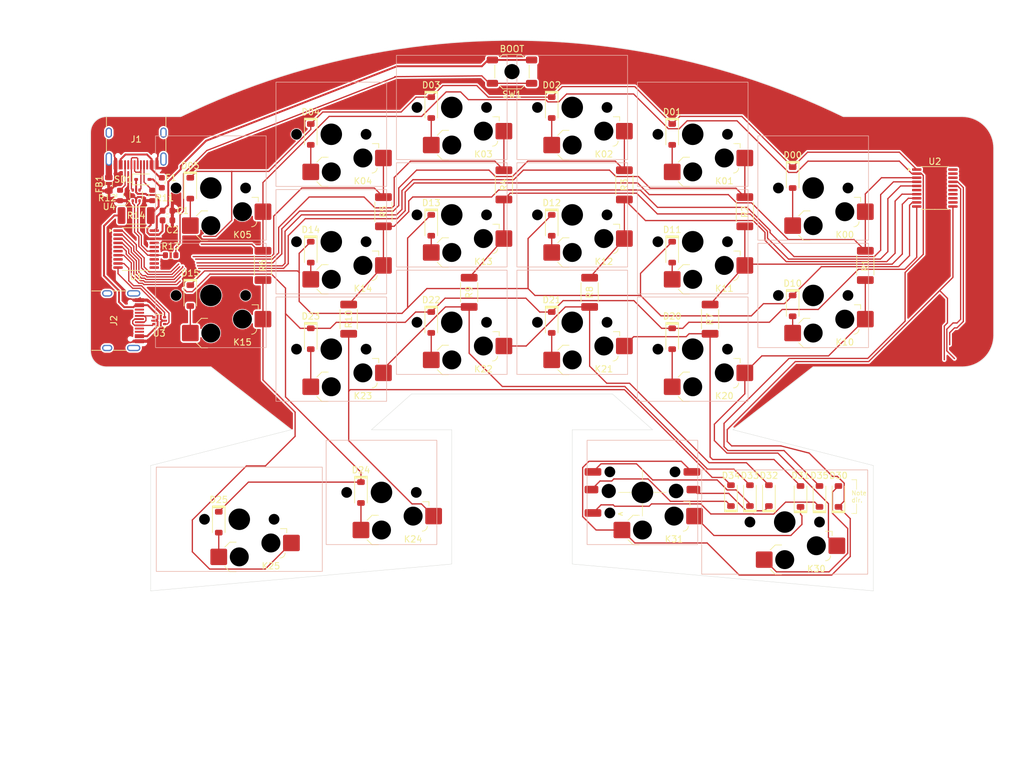
<source format=kicad_pcb>
(kicad_pcb (version 20240108) (generator "pcbnew") (generator_version "8.0")
  (layers (0 "F.Cu" signal) (31 "B.Cu" signal) (34 "B.Paste" user) (35 "F.Paste" user) (36 "B.SilkS" user "B.Silkscreen") (37 "F.SilkS" user "F.Silkscreen") (38 "B.Mask" user) (39 "F.Mask" user) (44 "Edge.Cuts" user))
  (net 0 "")
  (net 1 "Row0")
  (net 2 "Net-(D25-A)")
  (net 3 "Net-(D30-A)")
  (net 4 "Row1")
  (net 5 "Net-(D31-K)")
  (net 6 "Net-(D10-A)")
  (net 7 "Net-(D11-A)")
  (net 8 "Net-(D12-A)")
  (net 9 "Net-(D13-A)")
  (net 10 "Row2")
  (net 11 "Net-(D14-A)")
  (net 12 "Net-(D15-A)")
  (net 13 "Net-(D32-K)")
  (net 14 "Net-(D33-K)")
  (net 15 "Net-(D20-A)")
  (net 16 "+3V3_L")
  (net 17 "GND")
  (net 18 "VCC_L")
  (net 19 "Net-(SD1-A)")
  (net 20 "VBUS_L")
  (net 22 "LED_G")
  (net 24 "LED_B")
  (net 29 "Row3R")
  (net 30 "LED_R")
  (net 31 "Col1L")
  (net 32 "Col1R")
  (net 33 "Col2L")
  (net 34 "Col2R")
  (net 35 "Col3R")
  (net 36 "Col3L")
  (net 37 "Col4R")
  (net 38 "Col4L")
  (net 39 "TX_R")
  (net 40 "RX_R")
  (net 42 "TX_L")
  (net 43 "RX_L")
  (net 44 "Col0")
  (net 45 "Net-(D34-K)")
  (net 46 "Net-(D35-K)")
  (net 47 "Net-(D00-A)")
  (net 48 "Net-(D22-A)")
  (net 49 "Net-(D23-A)")
  (net 50 "Net-(D24-A)")
  (net 51 "Net-(D21-A)")
  (net 52 "Col5")
  (net 53 "Net-(D01-A)")
  (net 54 "Net-(D02-A)")
  (net 55 "Net-(D03-A)")
  (net 56 "Net-(D04-A)")
  (net 57 "Net-(D05-A)")
  (net 58 "/Col0'")
  (net 59 "/Col5'")
  (net 60 "/Col1R'")
  (net 61 "/Col2R'")
  (net 62 "/Col3R'")
  (net 63 "/Col4R'")
  (net 67 "Net-(J1-CC1)")
  (net 69 "USB_PL-")
  (net 70 "Net-(J1-CC2)")
  (net 71 "USB_PL+")
  (net 72 "BOOT_L")
  (net 73 "Net-(R13-Pad2)")
  (net 74 "USB_L+")
  (net 75 "USB_L-")
  (net 76 "VCC_L'")
  (net 82 "RX_PL")
  (net 83 "TX_PL")
  (net 84 "Net-(FB1-Pad1)")
  (footprint "Project Library:SW_choc_v1_HS_CPG135001S30_1layer_1u" (layer "F.Cu") (at 104.775 69.416683)
    (property "Reference" "K15")
    (property "Value" "PG1350")
  )
  (footprint "Project Library:D_SOD-123_Mod" (layer "F.Cu") (at 101.53 69.439183 -90)
    (property "Reference" "D15")
    (property "Value" "1N4148")
  )
  (footprint "Package_TO_SOT_SMD:SOT-666" (layer "F.Cu") (at 92.964 53.594 90)
    (property "Reference" "U4")
    (property "Value" "USBLC6-2P6")
  )
  (footprint "Project Library:SW_choc_v1_HS_CPG135001S30_1layer_1u" (layer "F.Cu") (at 123.825 77.916684)
    (property "Reference" "K23")
    (property "Value" "PG1350")
  )
  (footprint "Project Library:R_2010_5025Metric_Mod" (layer "F.Cu") (at 189.22 56.166679 -90)
    (property "Reference" "R2")
    (property "Value" "0R")
  )
  (footprint "Resistor_SMD:R_0603_1608Metric" (layer "F.Cu") (at 95.504 53.594 -90)
    (property "Reference" "R11")
    (property "Value" "5k1")
  )
  (footprint "Project Library:SW_choc_v1_HS_CPG135001S30_1layer_1u" (layer "F.Cu") (at 180.975 43.916677)
    (property "Reference" "K01")
    (property "Value" "PG1350")
  )
  (footprint "Project Library:R_2010_5025Metric_Mod" (layer "F.Cu") (at 132.07 56.166679 -90)
    (property "Reference" "R5")
    (property "Value" "0R")
  )
  (footprint "Project Library:D_SOD-123_Mod" (layer "F.Cu") (at 106.03 105.294609 -90)
    (property "Reference" "D25")
    (property "Value" "1N4148")
  )
  (footprint "Project Library:SW_choc_v1_HS_CPG135001S30_1layer_1.5u" (layer "F.Cu") (at 195.525 105.272109)
    (property "Reference" "K30")
    (property "Value" "PG1350_1½U")
  )
  (footprint "Project Library:SW_choc_v1_HS_CPG135001S30_1layer_1u" (layer "F.Cu") (at 142.875 56.66668)
    (property "Reference" "K13")
    (property "Value" "PG1350")
  )
  (footprint "Project Library:D_SOD-123_Mod" (layer "F.Cu") (at 187.025 101.092 90)
    (property "Reference" "D34")
    (property "Value" "1N4148")
  )
  (footprint "Package_SO:TSSOP-20_4.4x6.5mm_P0.65mm" (layer "F.Cu") (at 219.2625 52.416679)
    (property "Reference" "U2")
    (property "Value" "CH552T")
  )
  (footprint "Capacitor_SMD:C_0603_1608Metric" (layer "F.Cu") (at 97.917 56.007)
    (property "Reference" "C1")
    (property "Value" "100nF")
  )
  (footprint "Project Library:D_SOD-123_Mod" (layer "F.Cu") (at 139.63 39.689176 -90)
    (property "Reference" "D03")
    (property "Value" "1N4148")
  )
  (footprint "Project Library:D_SOD-123_Mod" (layer "F.Cu") (at 196.78 71.066683 -90)
    (property "Reference" "D10")
    (property "Value" "1N4148")
  )
  (footprint "Project Library:SW_choc_v1_HS_CPG135001S30_1layer_1u" (layer "F.Cu") (at 123.825 60.916681)
    (property "Reference" "K14")
    (property "Value" "PG1350")
  )
  (footprint "Project Library:SW_choc_v1_HS_CPG135001S30_1layer_1u" (layer "F.Cu") (at 200.025 69.416683)
    (property "Reference" "K10")
    (property "Value" "PG1350")
  )
  (footprint "Project Library:D_SOD-123_Mod" (layer "F.Cu") (at 198.025 101.22 90)
    (property "Reference" "D31")
    (property "Value" "1N4148")
  )
  (footprint "Project Library:R_2010_5025Metric_Mod" (layer "F.Cu") (at 113.02 64.666681 -90)
    (property "Reference" "R6")
    (property "Value" "0R")
  )
  (footprint "Resistor_SMD:R_0603_1608Metric" (layer "F.Cu") (at 98.425 63.0555)
    (property "Reference" "R13")
    (property "Value" "10k")
  )
  (footprint "Project Library:R_2010_5025Metric_Mod" (layer "F.Cu") (at 208.27 64.666681 -90)
    (property "Reference" "R1")
    (property "Value" "0R")
  )
  (footprint "Project Library:SW_choc_v1_HS_CPG135001S30_1layer_1u" (layer "F.Cu") (at 104.775 52.416679)
    (property "Reference" "K05")
    (property "Value" "PG1350")
  )
  (footprint "Project Library:NetTie-2_SMD_Pad0.2mm" (layer "F.Cu") (at 96.71325 63.0555 180)
    (property "Reference" "NT1" (hide yes))
    (property "Value" "NetTie_2" (hide yes))
  )
  (footprint "Project Library:R_2010_5025Metric_Mod" (layer "F.Cu") (at 183.725 73.166683 -90)
    (property "Reference" "R7")
    (property "Value" "0R")
  )
  (footprint "Project Library:D_SOD-123_Mod" (layer "F.Cu") (at 193.025 101.092 90)
    (property "Reference" "D32")
    (property "Value" "1N4148")
  )
  (footprint "Project Library:D_SOD-123_Mod" (layer "F.Cu") (at 190.025 101.092 90)
    (property "Reference" "D33")
    (property "Value" "1N4148")
  )
  (footprint "Project Library:SW_choc_v1_HS_CPG135001S30_1layer_1u" (layer "F.Cu") (at 200.025 52.416679)
    (property "Reference" "K00")
    (property "Value" "PG1350")
  )
  (footprint "Project Library:SW_choc_v1_HS_CPG135001S30_1layer_1u" (layer "F.Cu") (at 180.975 77.916685)
    (property "Reference" "K20")
    (property "Value" "PG1350")
  )
  (footprint "Project Library:SW_choc_v1_HS_CPG135001S30_1layer_1u" (layer "F.Cu") (at 131.7625 100.583357)
    (property "Reference" "K24")
    (property "Value" "PG1350")
  )
  (footprint "Project Library:USB_C_Receptacle_HRO_TYPE-C-31-M-12" (layer "F.Cu") (at 92.967 44.704 180)
    (property "Reference" "J1")
    (property "Value" "USB_C_Receptacle_USB2.0_16P_2SH")
  )
  (footprint "Project Library:R_2010_5025Metric_Mod" (layer "F.Cu") (at 164.675 68.916682 -90)
    (property "Reference" "R8")
    (property "Value" "0R")
  )
  (footprint "Project Library:SW_choc_v1_HS_CPG135001S30_1layer_1.5u" (layer "F.Cu") (at 109.275 104.833358)
    (property "Reference" "K25")
    (property "Value" "PG1350_1½U")
  )
  (footprint "Project Library:SW_choc_v1_HS_CPG135001S30_1layer_1u" (layer "F.Cu") (at 142.875 73.666684)
    (property "Reference" "K22")
    (property "Value" "PG1350")
  )
  (footprint "Project Library:D_SOD-123_Mod" (layer "F.Cu") (at 101.53 52.439179 -90)
    (property "Reference" "D05")
    (property "Value" "1N4148")
  )
  (footprint "Project Library:D_SOD-123_Mod" (layer "F.Cu") (at 177.73 62.566681 -90)
    (property "Reference" "D11")
    (property "Value" "1N4148")
  )
  (footprint "Project Library:SW_choc_v1_HS_CPG135001S30_1layer_1u" (layer "F.Cu") (at 180.975 60.916681)
    (property "Reference" "K11")
    (property "Value" "PG1350")
  )
  (footprint "Package_SO:TSSOP-20_4.4x6.5mm_P0.65mm" (layer "F.Cu") (at 92.964 62.0805)
    (property "Reference" "U1")
    (property "Value" "CH552T")
  )
  (footprint "Project Library:USB_C_Receptacle_HRO_TYPE-C-31-M-12" (layer "F.Cu") (at 89.442 73.406 -90)
    (property "Reference" "J2")
    (property "Value" "USB_C_Receptacle_USB2.0_16P_2SH")
  )
  (footprint "Capacitor_SMD:C_0603_1608Metric" (layer "F.Cu") (at 97.917 57.531)
    (property "Reference" "C2")
    (property "Value" "100nF")
  )
  (footprint "Project Library:SW_choc_v1_HS_CPG135001S30_1layer_1u" (layer "F.Cu") (at 123.825 43.916677)
    (property "Reference" "K04")
    (property "Value" "PG1350")
  )
  (footprint "Project Library:D_SOD-123_Mod" (layer "F.Cu") (at 196.78 50.766679 -90)
    (property "Reference" "D00")
    (property "Value" "1N4148")
  )
  (footprint "Project Library:D_SOD-123_Mod" (layer "F.Cu") (at 177.73 76.266685 -90)
    (property "Reference" "D20")
    (property "Value" "1N4148")
  )
  (footprint "Project Library:D_SOD-123_Mod" (layer "F.Cu") (at 158.68 58.31668 -90)
    (property "Reference" "D12")
    (property "Value" "1N4148")
  )
  (footprint "Project Library:R_2010_5025Metric_Mod" (layer "F.Cu") (at 126.575 73.166682 -90)
    (property "Reference" "R10")
    (property "Value" "0R")
  )
  (footprint "Project Library:D_SOD-123_Mod" (layer "F.Cu") (at 120.58 62.566681 -90)
    (property "Reference" "D14")
    (property "Value" "1N4148")
  )
  (footprint "Project Library:D_SOD-123_Mod" (layer "F.Cu") (at 177.73 43.939177 -90)
    (property "Reference" "D01")
    (property "Value" "1N4148")
  )
  (footprint "Project Library:D_SOD-123_Mod" (layer "F.Cu") (at 139.63 58.31668 -90)
    (property "Reference" "D13")
    (property "Value" "1N4148")
  )
  (footprint "Project Library:D_SOD-123_Mod" (layer "F.Cu") (at 120.58 43.939177 -90)
    (property "Reference" "D04")
    (property "Value" "1N4148")
  )
  (footprint "Project Library:D_SOD-123_Mod" (layer "F.Cu") (at 128.5175 100.605857 -90)
    (property "Reference" "D24")
    (property "Value" "1N4148")
  )
  (footprint "Inductor_SMD:L_0805_2012Metric" (layer "F.Cu") (at 88.647 51.816 -90)
    (property "Reference" "FB1")
    (property "Value" "FerriteBead")
  )
  (footprint "Diode_SMD:D_SOD-323" (layer "F.Cu") (at 94.014 51.054)
    (property "Reference" "SD1")
    (property "Value" "PMEG2010EA")
  )
  (footprint "Project Library:SW_choc_v1_HS_nav_CPG135001S30_SKQUCAA010_1layer_1u_1" (layer "F.Cu") (at 173.025 100.583357)
    (property "Reference" "K31")
    (property "Value" "PG1350/SKQUCAA010")
  )
  (footprint "Project Library:SW_SPST_SKQG_WithStem" (layer "F.Cu") (at 152.4 34.000008 180)
    (property "Reference" "SW1")
    (property "Value" "BOOT")
  )
  (footprint "Project Library:D_SOD-123_Mod" (layer "F.Cu") (at 120.58 76.266684 -90)
    (property "Reference" "D23")
    (property "Value" "1N4148")
  )
  (footprint "Project Library:R_2010_5025Metric_Mod" (layer "F.Cu") (at 170.17 51.916678 -90)
    (property "Reference" "R3")
    (property "Value" "0R")
  )
  (footprint "Project Library:SW_choc_v1_HS_CPG135001S30_1layer_1u" (layer "F.Cu") (at 161.925 39.666676)
    (property "Reference" "K02")
    (property "Value" "PG1350")
  )
  (footprint "Package_TO_SOT_SMD:SOT-666" (layer "F.Cu") (at 96.608 73.406 180)
    (property "Reference" "U3")
    (property "Value" "USBLC6-2P6")
  )
  (footprint "Project Library:D_SOD-123_Mod" (layer "F.Cu") (at 201.025 101.22 90)
    (property "Reference" "D35")
    (property "Value" "1N4148")
  )
  (footprint "Project Library:R_2010_5025Metric_Mod" (layer "F.Cu") (at 92.964 56.769 180)
    (property "Reference" "R14")
    (property "Value" "0R")
  )
  (footprint "Project Library:D_SOD-123_Mod" (layer "F.Cu") (at 139.63 73.689184 -90)
    (property "Reference" "D22")
    (property "Value" "1N4148")
  )
  (footprint "Project Library:R_2010_5025Metric_Mod" (layer "F.Cu") (at 151.12 51.916678 -90)
    (property "Reference" "R4")
    (property "Value" "0R")
  )
  (footprint "Project Library:R_2010_5025Metric_Mod" (layer "F.Cu") (at 145.625 68.916682 -90)
    (property "Reference" "R9")
    (property "Value" "0R")
  )
  (footprint "Resistor_SMD:R_0603_1608Metric" (layer "F.Cu") (at 90.424 53.594 -90)
    (property "Reference" "R12")
    (property "Value" "5k1")
  )
  (footprint "Fuse:Fuse_0603_1608Metric" (layer "F.Cu") (at 97.028 51.584 -90)
    (property "Reference" "F1")
    (property "Value" "500mA")
  )
  (footprint "Project Library:SW_choc_v1_HS_CPG135001S30_1layer_1u" (layer "F.Cu") (at 161.925 56.66668)
    (property "Reference" "K12")
    (property "Value" "PG1350")
  )
  (footprint "Project Library:D_SOD-123_Mod" (layer "F.Cu") (at 158.68 73.689184 -90)
    (property "Reference" "D21")
    (property "Value" "1N4148")
  )
  (footprint "Project Library:SW_choc_v1_HS_CPG135001S30_1layer_1u" (layer "F.Cu") (at 161.925 73.666684)
    (property "Reference" "K21")
    (property "Value" "PG1350")
  )
  (footprint "Project Library:SW_choc_v1_HS_CPG135001S30_1layer_1u" (layer "F.Cu") (at 142.875 39.666676)
    (property "Reference" "K03")
    (property "Value" "PG1350")
  )
  (footprint "Project Library:D_SOD-123_Mod" (layer "F.Cu") (at 158.68 39.689176 -90)
    (property "Reference" "D02")
    (property "Value" "1N4148")
  )
  (footprint "Project Library:D_SOD-123_Mod" (layer "F.Cu") (at 204.025 101.22 90)
    (property "Reference" "D30")
    (property "Value" "1N4148")
  )
  (gr_line (start 206.883 103.9095) (end 206.121 103.9095) (stroke (width 0.1)) (layer "F.SilkS"))
  (gr_line (start 206.883 98.5755) (end 206.883 100.0995) (stroke (width 0.1)) (layer "F.SilkS"))
  (gr_line (start 206.883 102.3855) (end 206.883 103.9095) (stroke (width 0.1)) (layer "F.SilkS"))
  (gr_line (start 91.2876 55.1688) (end 91.694 54.7116) (stroke (width 0.1)) (layer "F.SilkS"))
  (gr_line (start 89.7128 55.1688) (end 91.2876 55.1688) (stroke (width 0.1)) (layer "F.SilkS"))
  (gr_line (start 206.883 98.5755) (end 206.121 98.5755) (stroke (width 0.1)) (layer "F.SilkS"))
  (gr_line (start 95.25 116.166694) (end 142.875 111.916693) (stroke (width 0.05)) (layer "Edge.Cuts"))
  (gr_line (start 200.025 80.750018) (end 187.325 90.666688) (stroke (width 0.05)) (layer "Edge.Cuts"))
  (gr_line (start 117.475 90.666688) (end 104.775 80.750019) (stroke (width 0.05)) (layer "Edge.Cuts"))
  (gr_line (start 204.7875 41.083343) (end 223.6 41.083343) (stroke (width 0.05)) (layer "Edge.Cuts"))
  (gr_line (start 85.725 78.210019) (end 85.725 43.623343) (stroke (width 0.05)) (layer "Edge.Cuts"))
  (gr_line (start 228.6 46.083343) (end 228.6 75.750019) (stroke (width 0.05)) (layer "Edge.Cuts"))
  (gr_line (start 95.25 96.333356) (end 95.25 116.166694) (stroke (width 0.05)) (layer "Edge.Cuts"))
  (gr_line (start 209.55 96.333356) (end 187.325 90.666688) (stroke (width 0.05)) (layer "Edge.Cuts"))
  (gr_arc (start 88.265 80.750019) (mid 86.468942 80.006071) (end 85.725 78.210019) (stroke (width 0.05)) (layer "Edge.Cuts"))
  (gr_line (start 130.175 90.666688) (end 136.525 85.00002) (stroke (width 0.05)) (layer "Edge.Cuts"))
  (gr_line (start 136.525 85.00002) (end 168.275 85.00002) (stroke (width 0.05)) (layer "Edge.Cuts"))
  (gr_line (start 142.875 90.666688) (end 130.175 90.666688) (stroke (width 0.05)) (layer "Edge.Cuts"))
  (gr_line (start 168.275 85.00002) (end 174.625 90.666688) (stroke (width 0.05)) (layer "Edge.Cuts"))
  (gr_line (start 161.925 90.666688) (end 161.925 111.916693) (stroke (width 0.05)) (layer "Edge.Cuts"))
  (gr_line (start 117.475 90.666688) (end 95.25 96.333356) (stroke (width 0.05)) (layer "Edge.Cuts"))
  (gr_line (start 161.925 111.916693) (end 209.55 116.166694) (stroke (width 0.05)) (layer "Edge.Cuts"))
  (gr_line (start 174.625 90.666688) (end 161.925 90.666688) (stroke (width 0.05)) (layer "Edge.Cuts"))
  (gr_arc (start 85.725 43.623343) (mid 86.468949 41.827292) (end 88.265 41.083343) (stroke (width 0.05)) (layer "Edge.Cuts"))
  (gr_arc (start 228.6 75.750019) (mid 227.135534 79.285553) (end 223.6 80.750019) (stroke (width 0.05)) (layer "Edge.Cuts"))
  (gr_line (start 223.6 80.750019) (end 200.025 80.750018) (stroke (width 0.05)) (layer "Edge.Cuts"))
  (gr_line (start 209.55 116.166694) (end 209.55 96.333356) (stroke (width 0.05)) (layer "Edge.Cuts"))
  (gr_line (start 88.265 41.083343) (end 100.0125 41.083343) (stroke (width 0.05)) (layer "Edge.Cuts"))
  (gr_line (start 142.875 111.916693) (end 142.875 90.666688) (stroke (width 0.05)) (layer "Edge.Cuts"))
  (gr_arc (start 223.6 41.083343) (mid 227.135534 42.547809) (end 228.6 46.083343) (stroke (width 0.05)) (layer "Edge.Cuts"))
  (gr_line (start 104.775 80.750019) (end 88.265 80.750019) (stroke (width 0.05)) (layer "Edge.Cuts"))
  (gr_arc (start 100.0125 41.083344) (mid 152.4 29.014633) (end 204.7875 41.083344) (stroke (width 0.05)) (layer "Edge.Cuts"))
  (gr_text "Note\ndir." (at 206.03 102.220981 0) (layer "F.SilkS") (effects (font (size 0.7 0.7) (thickness 0.1)) (justify left bottom)))
  (segment (start 105.541321 60.066679) (end 108.075 57.533) (width 0.2) (layer "F.Cu") (net 1))
  (segment (start 177.73 42.289177) (end 178.935834 41.083343) (width 0.2) (layer "F.Cu") (net 1))
  (segment (start 146.812 36.195) (end 141.474176 36.195) (width 0.2) (layer "F.Cu") (net 1))
  (segment (start 137.220824 38.039176) (end 139.63 38.039176) (width 0.2) (layer "F.Cu") (net 1))
  (segment (start 158.68 38.039176) (end 160.3525 36.366676) (width 0.2) (layer "F.Cu") (net 1))
  (segment (start 108.075 57.533) (end 108.075 49.786) (width 0.2) (layer "F.Cu") (net 1))
  (segment (start 134.874 40.386) (end 137.220824 38.039176) (width 0.2) (layer "F.Cu") (net 1))
  (segment (start 196.78 49.116679) (end 199.146668 46.750011) (width 0.2) (layer "F.Cu") (net 1))
  (segment (start 171.807499 36.366676) (end 177.73 42.289177) (width 0.2) (layer "F.Cu") (net 1))
  (segment (start 108.075 49.786) (end 108.077 49.784) (width 0.2) (layer "F.Cu") (net 1))
  (segment (start 158.68 38.039176) (end 148.656176 38.039176) (width 0.2) (layer "F.Cu") (net 1))
  (segment (start 141.474176 36.195) (end 139.63 38.039176) (width 0.2) (layer "F.Cu") (net 1))
  (segment (start 188.746664 41.083343) (end 196.78 49.116679) (width 0.2) (layer "F.Cu") (net 1))
  (segment (start 148.656176 38.039176) (end 146.812 36.195) (width 0.2) (layer "F.Cu") (net 1))
  (segment (start 213.658332 46.750011) (end 216.4 49.491679) (width 0.2) (layer "F.Cu") (net 1))
  (segment (start 120.58 42.289177) (end 122.483177 40.386) (width 0.2) (layer "F.Cu") (net 1))
  (segment (start 122.483177 40.386) (end 134.874 40.386) (width 0.2) (layer "F.Cu") (net 1))
  (segment (start 160.3525 36.366676) (end 171.807499 36.366676) (width 0.2) (layer "F.Cu") (net 1))
  (segment (start 113.942601 49.784) (end 120.58 43.146601) (width 0.2) (layer "F.Cu") (net 1))
  (segment (start 199.146668 46.750011) (end 213.658332 46.750011) (width 0.2) (layer "F.Cu") (net 1))
  (segment (start 103.636321 60.066679) (end 105.541321 60.066679) (width 0.2) (layer "F.Cu") (net 1))
  (segment (start 120.58 43.146601) (end 120.58 42.289177) (width 0.2) (layer "F.Cu") (net 1))
  (segment (start 101.53 50.789179) (end 102.535179 49.784) (width 0.2) (layer "F.Cu") (net 1))
  (segment (start 102.535179 49.784) (end 108.077 49.784) (width 0.2) (layer "F.Cu") (net 1))
  (segment (start 178.935834 41.083343) (end 188.746664 41.083343) (width 0.2) (layer "F.Cu") (net 1))
  (segment (start 108.077 49.784) (end 113.942601 49.784) (width 0.2) (layer "F.Cu") (net 1))
  (segment (start 106.03 110.783358) (end 106.03 106.944609) (width 0.2) (layer "F.Cu") (net 2))
  (segment (start 203.073 103.886) (end 203.073 100.522) (width 0.2) (layer "F.Cu") (net 3))
  (segment (start 202.544164 113.152109) (end 205.486 110.210273) (width 0.2) (layer "F.Cu") (net 3))
  (segment (start 192.28 111.222109) (end 194.21 113.152109) (width 0.2) (layer "F.Cu") (net 3))
  (segment (start 194.21 113.152109) (end 202.544164 113.152109) (width 0.2) (layer "F.Cu") (net 3))
  (segment (start 203.073 100.522) (end 204.025 99.57) (width 0.2) (layer "F.Cu") (net 3))
  (segment (start 205.486 106.299) (end 203.073 103.886) (width 0.2) (layer "F.Cu") (net 3))
  (segment (start 205.486 110.210273) (end 205.486 106.299) (width 0.2) (layer "F.Cu") (net 3))
  (segment (start 90.757456 61.7555) (end 91.3955 62.393544) (width 0.2) (layer "F.Cu") (net 4))
  (segment (start 101.53 67.789183) (end 103.787183 65.532) (width 0.2) (layer "F.Cu") (net 4))
  (segment (start 175.947317 72.644) (end 190.246 72.644) (width 0.2) (layer "F.Cu") (net 4))
  (segment (start 213.517319 64.866681) (end 215.265 63.119) (width 0.2) (layer "F.Cu") (net 4))
  (segment (start 190.246 72.644) (end 192.166317 70.723683) (width 0.2) (layer "F.Cu") (net 4))
  (segment (start 156.030683 69.416683) (end 172.72 69.416683) (width 0.2) (layer "F.Cu") (net 4))
  (segment (start 215.70586 54.691679) (end 216.4 54.691679) (width 0.2) (layer "F.Cu") (net 4))
  (segment (start 201.330002 64.866681) (end 213.517319 64.866681) (width 0.2) (layer "F.Cu") (net 4))
  (segment (start 118.745 62.751681) (end 120.58 60.916681) (width 0.2) (layer "F.Cu") (net 4))
  (segment (start 92.602 64.096314) (end 92.602 66.059) (width 0.2) (layer "F.Cu") (net 4))
  (segment (start 172.72 69.416683) (end 175.947317 72.644) (width 0.2) (layer "F.Cu") (net 4))
  (segment (start 154.94 68.326) (end 154.94 60.40668) (width 0.2) (layer "F.Cu") (net 4))
  (segment (start 135.89 60.344064) (end 139.567384 56.66668) (width 0.2) (layer "F.Cu") (net 4))
  (segment (start 118.745 70.358852) (end 120.636165 72.250017) (width 0.2) (layer "F.Cu") (net 4))
  (segment (start 90.1015 61.7555) (end 90.757456 61.7555) (width 0.2) (layer "F.Cu") (net 4))
  (segment (start 135.013983 72.250017) (end 135.89 71.374) (width 0.2) (layer "F.Cu") (net 4))
  (segment (start 215.265 55.132539) (end 215.70586 54.691679) (width 0.2) (layer "F.Cu") (net 4))
  (segment (start 118.745 65.786) (end 118.745 62.751681) (width 0.2) (layer "F.Cu") (net 4))
  (segment (start 192.166317 70.723683) (end 195.473 70.723683) (width 0.2) (layer "F.Cu") (net 4))
  (segment (start 196.78 69.416683) (end 201.330002 64.866681) (width 0.2) (layer "F.Cu") (net 4))
  (segment (start 172.72 65.926681) (end 177.73 60.916681) (width 0.2) (layer "F.Cu") (net 4))
  (segment (start 135.89 71.374) (end 138.938 68.326) (width 0.2) (layer "F.Cu") (net 4))
  (segment (start 135.89 71.374) (end 135.89 60.344064) (width 0.2) (layer "F.Cu") (net 4))
  (segment (start 118.745 65.786) (end 118.745 70.358852) (width 0.2) (layer "F.Cu") (net 4))
  (segment (start 94.143452 67.086) (end 94.348452 67.291) (width 0.2) (layer "F.Cu") (net 4))
  (segment (start 138.938 68.326) (end 154.94 68.326) (width 0.2) (layer "F.Cu") (net 4))
  (segment (start 91.3955 62.889815) (end 92.602 64.096314) (width 0.2) (layer "F.Cu") (net 4))
  (segment (start 195.473 70.723683) (end 196.78 69.416683) (width 0.2) (layer "F.Cu") (net 4))
  (segment (start 92.602 66.059) (end 93.629 67.086) (width 0.2) (layer "F.Cu") (net 4))
  (segment (start 154.94 68.326) (end 156.030683 69.416683) (width 0.2) (layer "F.Cu") (net 4))
  (segment (start 93.629 67.086) (end 94.143452 67.086) (width 0.2) (layer "F.Cu") (net 4))
  (segment (start 103.787183 65.532) (end 118.491 65.532) (width 0.2) (layer "F.Cu") (net 4))
  (segment (start 172.72 69.416683) (end 172.72 65.926681) (width 0.2) (layer "F.Cu") (net 4))
  (segment (start 94.348452 67.291) (end 99.130872 67.291) (width 0.2) (layer "F.Cu") (net 4))
  (segment (start 118.491 65.532) (end 118.745 65.786) (width 0.2) (layer "F.Cu") (net 4))
  (segment (start 120.636165 72.250017) (end 135.013983 72.250017) (width 0.2) (layer "F.Cu") (net 4))
  (segment (start 215.265 63.119) (end 215.265 55.132539) (width 0.2) (layer "F.Cu") (net 4))
  (segment (start 154.94 60.40668) (end 158.68 56.66668) (width 0.2) (layer "F.Cu") (net 4))
  (segment (start 91.3955 62.393544) (end 91.3955 62.889815) (width 0.2) (layer "F.Cu") (net 4))
  (segment (start 99.130872 67.291) (end 100.006686 66.415186) (width 0.2) (layer "F.Cu") (net 4))
  (segment (start 198.247 104.267) (end 198.025 104.045) (width 0.2) (layer "F.Cu") (net 5))
  (segment (start 198.025 104.045) (end 198.025 102.87) (width 0.2) (layer "F.Cu") (net 5))
  (segment (start 184.338752 107.402109) (end 181.27 104.333357) (width 0.2) (layer "F.Cu") (net 5))
  (segment (start 196.492891 107.402109) (end 198.247 105.648) (width 0.2) (layer "F.Cu") (net 5))
  (segment (start 196.492891 107.402109) (end 184.338752 107.402109) (width 0.2) (layer "F.Cu") (net 5))
  (segment (start 198.247 105.648) (end 198.247 104.267) (width 0.2) (layer "F.Cu") (net 5))
  (segment (start 196.78 75.366683) (end 196.78 72.716683) (width 0.2) (layer "F.Cu") (net 6))
  (segment (start 177.73 66.866681) (end 177.73 64.216681) (width 0.2) (layer "F.Cu") (net 7))
  (segment (start 158.68 62.61668) (end 158.68 59.96668) (width 0.2) (layer "F.Cu") (net 8))
  (segment (start 139.63 62.61668) (end 139.63 59.96668) (width 0.2) (layer "F.Cu") (net 9))
  (segment (start 135.526623 73.666684) (end 137.154123 72.039184) (width 0.2) (layer "F.Cu") (net 10))
  (segment (start 123.669168 74.616684) (end 124.619168 73.666684) (width 0.2) (layer "F.Cu") (net 10))
  (segment (start 141.819184 69.85) (end 154.59165 69.85) (width 0.2) (layer "F.Cu") (net 10))
  (segment (start 99.3775 67.691) (end 99.949 67.1195) (width 0.2) (layer "F.Cu") (net 10))
  (segment (start 128.5175 97.4025) (end 128.5175 98.955857) (width 0.2) (layer "F.Cu") (net 10))
  (segment (start 110.718752 98.955857) (end 128.5175 98.955857) (width 0.2) (layer "F.Cu") (net 10))
  (segment (start 106.03 103.644609) (end 110.718752 98.955857) (width 0.2) (layer "F.Cu") (net 10))
  (segment (start 114.364012 66.04) (end 116.586 68.261988) (width 0.2) (layer "F.Cu") (net 10))
  (segment (start 139.63 72.039184) (end 141.819184 69.85) (width 0.2) (layer "F.Cu") (net 10))
  (segment (start 176.0575 74.616685) (end 179.4025 74.616685) (width 0.2) (layer "F.Cu") (net 10))
  (segment (start 90.9955 63.0555) (end 92.202 64.262) (width 0.2) (layer "F.Cu") (net 10))
  (segment (start 118.907499 74.616684) (end 123.669168 74.616684) (width 0.2) (layer "F.Cu") (net 10))
  (segment (start 156.780834 72.039184) (end 158.68 72.039184) (width 0.2) (layer "F.Cu") (net 10))
  (segment (start 195.134368 71.628) (end 200.825958 71.628) (width 0.2) (layer "F.Cu") (net 10))
  (segment (start 154.59165 69.85) (end 156.780834 72.039184) (width 0.2) (layer "F.Cu") (net 10))
  (segment (start 92.202 64.262) (end 92.202 66.294) (width 0.2) (layer "F.Cu") (net 10))
  (segment (start 116.586 68.261988) (end 116.586 72.295185) (width 0.2) (layer "F.Cu") (net 10))
  (segment (start 94.182767 67.691) (end 99.3775 67.691) (width 0.2) (layer "F.Cu") (net 10))
  (segment (start 116.586 72.295185) (end 116.586 85.471) (width 0.2) (layer "F.Cu") (net 10))
  (segment (start 100.965 68.834) (end 101.833879 68.834) (width 0.2) (layer "F.Cu") (net 10))
  (segment (start 214.503 65.278) (end 216.4 63.381) (width 0.2) (layer "F.Cu") (net 10))
  (segment (start 116.586 72.295185) (end 118.907499 74.616684) (width 0.2) (layer "F.Cu") (net 10))
  (segment (start 216.4 63.381) (end 216.4 55.341679) (width 0.2) (layer "F.Cu") (net 10))
  (segment (start 92.202 66.294) (end 93.394 67.486) (width 0.2) (layer "F.Cu") (net 10))
  (segment (start 200.825958 71.628) (end 207.175958 65.278) (width 0.2) (layer "F.Cu") (net 10))
  (segment (start 179.4025 74.616685) (end 180.359185 73.66) (width 0.2) (layer "F.Cu") (net 10))
  (segment (start 158.68 72.039184) (end 160.483502 70.235682) (width 0.2) (layer "F.Cu") (net 10))
  (segment (start 137.154123 72.039184) (end 139.63 72.039184) (width 0.2) (layer "F.Cu") (net 10))
  (segment (start 160.483502 70.235682) (end 171.676497 70.235682) (width 0.2) (layer "F.Cu") (net 10))
  (segment (start 93.977767 67.486) (end 94.182767 67.691) (width 0.2) (layer "F.Cu") (net 10))
  (segment (start 90.1015 63.0555) (end 90.9955 63.0555) (width 0.2) (layer "F.Cu") (net 10))
  (segment (start 171.676497 70.235682) (end 176.0575 74.616685) (width 0.2) (layer "F.Cu") (net 10))
  (segment (start 101.833879 68.834) (end 104.627879 66.04) (width 0.2) (layer "F.Cu") (net 10))
  (segment (start 104.627879 66.04) (end 114.364012 66.04) (width 0.2) (layer "F.Cu") (net 10))
  (segment (start 93.394 67.486) (end 93.977767 67.486) (width 0.2) (layer "F.Cu") (net 10))
  (segment (start 207.175958 65.278) (end 214.503 65.278) (width 0.2) (layer "F.Cu") (net 10))
  (segment (start 124.619168 73.666684) (end 135.526623 73.666684) (width 0.2) (layer "F.Cu") (net 10))
  (segment (start 193.102368 73.66) (end 195.134368 71.628) (width 0.2) (layer "F.Cu") (net 10))
  (segment (start 180.359185 73.66) (end 193.102368 73.66) (width 0.2) (layer "F.Cu") (net 10))
  (segment (start 100.497683 68.366683) (end 100.965 68.834) (width 0.2) (layer "F.Cu") (net 10))
  (segment (start 116.586 85.471) (end 128.5175 97.4025) (width 0.2) (layer "F.Cu") (net 10))
  (segment (start 120.58 66.866681) (end 120.58 64.216681) (width 0.2) (layer "F.Cu") (net 11))
  (segment (start 101.53 75.366683) (end 101.53 71.089183) (width 0.2) (layer "F.Cu") (net 12))
  (segment (start 181.0875 100.133357) (end 181.687499 100.733356) (width 0.2) (layer "F.Cu") (net 13))
  (segment (start 192.275 103.492) (end 193.025 102.742) (width 0.2) (layer "F.Cu") (net 13))
  (segment (start 181.687499 100.733356) (end 186.66766 100.733356) (width 0.2) (layer "F.Cu") (net 13))
  (segment (start 186.66766 100.733356) (end 189.426304 103.492) (width 0.2) (layer "F.Cu") (net 13))
  (segment (start 189.426304 103.492) (end 192.275 103.492) (width 0.2) (layer "F.Cu") (net 13))
  (segment (start 187.822 100.192) (end 190.025 102.395) (width 0.2) (layer "F.Cu") (net 14))
  (segment (start 184.847661 98.613357) (end 186.426304 100.192) (width 0.2) (layer "F.Cu") (net 14))
  (segment (start 186.426304 100.192) (end 187.822 100.192) (width 0.2) (layer "F.Cu") (net 14))
  (segment (start 165.2 97.333357) (end 166.48 96.053357) (width 0.2) (layer "F.Cu") (net 14))
  (segment (start 166.48 96.053357) (end 172.082443 96.053357) (width 0.2) (layer "F.Cu") (net 14))
  (segment (start 174.642443 98.613357) (end 184.847661 98.613357) (width 0.2) (layer "F.Cu") (net 14))
  (segment (start 172.082443 96.053357) (end 174.642443 98.613357) (width 0.2) (layer "F.Cu") (net 14))
  (segment (start 177.73 83.866685) (end 177.73 77.916685) (width 0.2) (layer "F.Cu") (net 15))
  (segment (start 97.155 56.007) (end 98.044 55.118) (width 0.3) (layer "F.Cu") (net 16))
  (segment (start 95.8265 59.1555) (end 96.239 58.743) (width 0.3) (layer "F.Cu") (net 16))
  (segment (start 147.6375 33.147) (end 148.634492 32.150008) (width 0.3) (layer "F.Cu") (net 16))
  (segment (start 148.634492 32.150008) (end 149.3 32.150008) (width 0.3) (layer "F.Cu") (net 16))
  (segment (start 100.0125 48.9585) (end 104.03 44.941) (width 0.3) (layer "F.Cu") (net 16))
  (segment (start 97.142 56.007) (end 97.155 56.007) (width 0.3) (layer "F.Cu") (net 16))
  (segment (start 98.044 51.435) (end 100.0125 49.4665) (width 0.3) (layer "F.Cu") (net 16))
  (segment (start 149.3 32.150008) (end 155.5 32.150008) (width 0.3) (layer "F.Cu") (net 16))
  (segment (start 104.03 44.941) (end 134.203008 33.147) (width 0.3) (layer "F.Cu") (net 16))
  (segment (start 100.0125 49.4665) (end 100.0125 48.9585) (width 0.3) (layer "F.Cu") (net 16))
  (segment (start 134.203008 33.147) (end 147.6375 33.147) (width 0.3) (layer "F.Cu") (net 16))
  (segment (start 98.044 55.118) (end 98.044 51.435) (width 0.3) (layer "F.Cu") (net 16))
  (segment (start 96.239 58.743) (end 96.239 56.91) (width 0.3) (layer "F.Cu") (net 16))
  (segment (start 96.239 56.91) (end 97.142 56.007) (width 0.3) (layer "F.Cu") (net 16))
  (segment (start 92.964 54.101344) (end 92.706656 53.844) (width 0.3) (layer "F.Cu") (net 17))
  (segment (start 97.533 73.406) (end 97.115344 73.406) (width 0.3) (layer "F.Cu") (net 17))
  (segment (start 90.424 54.419) (end 89.09 54.419) (width 0.3) (layer "F.Cu") (net 17))
  (segment (start 89.717 48.749) (end 89.717 51.8085) (width 0.5) (layer "F.Cu") (net 17))
  (segment (start 94.9995 60.4555) (end 97.2785 60.4555) (width 0.3) (layer "F.Cu") (net 17))
  (segment (start 94.88 76.656) (end 93.487 76.656) (width 0.3) (layer "F.Cu") (net 17))
  (segment (start 89.09 54.419) (end 88.647 53.976) (width 0.3) (layer "F.Cu") (net 17))
  (segment (start 97.115344 73.406) (end 96.858 73.663344) (width 0.3) (layer "F.Cu") (net 17))
  (segment (start 95.504 54.419) (end 94.234 54.419) (width 0.3) (layer "F.Cu") (net 17))
  (segment (start 88.647 53.976) (end 88.647 52.8785) (width 0.3) (layer "F.Cu") (net 17))
  (segment (start 94.234 59.69) (end 94.9995 60.4555) (width 0.3) (layer "F.Cu") (net 17))
  (segment (start 97.2785 60.4555) (end 98.692 59.042) (width 0.3) (layer "F.Cu") (net 17))
  (segment (start 91.952 53.844) (end 91.377 54.419) (width 0.3) (layer "F.Cu") (net 17))
  (segment (start 93.221344 53.844) (end 93.781656 53.844) (width 0.3) (layer "F.Cu") (net 17))
  (segment (start 94.234 54.296344) (end 94.234 54.419) (width 0.3) (layer "F.Cu") (net 17))
  (segment (start 89.7255 48.7575) (end 89.717 48.749) (width 0.3) (layer "F.Cu") (net 17))
  (segment (start 92.964 54.519) (end 92.964 54.101344) (width 0.3) (layer "F.Cu") (net 17))
  (segment (start 92.964 54.101344) (end 93.221344 53.844) (width 0.3) (layer "F.Cu") (net 17))
  (segment (start 91.377 54.419) (end 90.424 54.419) (width 0.3) (layer "F.Cu") (net 17))
  (segment (start 92.706656 53.844) (end 91.952 53.844) (width 0.3) (layer "F.Cu") (net 17))
  (segment (start 93.781656 53.844) (end 94.234 54.296344) (width 0.3) (layer "F.Cu") (net 17))
  (segment (start 94.234 54.419) (end 94.234 59.69) (width 0.3) (layer "F.Cu") (net 17))
  (segment (start 94.88 70.156) (end 93.487 70.156) (width 0.3) (layer "F.Cu") (net 17))
  (segment (start 89.717 51.8085) (end 88.647 52.8785) (width 0.5) (layer "F.Cu") (net 17))
  (segment (start 97.115344 73.406) (end 96.858 73.148656) (width 0.3) (layer "F.Cu") (net 17))
  (segment (start 96.858 73.148656) (end 96.858 72.134) (width 0.3) (layer "F.Cu") (net 17))
  (segment (start 96.858 73.663344) (end 96.858 74.678) (width 0.3) (layer "F.Cu") (net 17))
  (segment (start 96.858 72.134) (end 94.88 70.156) (width 0.3) (layer "F.Cu") (net 17))
  (segment (start 96.858 74.678) (end 94.88 76.656) (width 0.3) (layer "F.Cu") (net 17))
  (segment (start 96.217 49.273999) (end 98.2345 49.273999) (width 0.4) (layer "F.Cu") (net 17))
  (segment (start 98.692 59.042) (end 98.692 56.007) (width 0.3) (layer "F.Cu") (net 17))
  (segment (start 95.2765 56.578092) (end 96.52 55.334592) (width 0.3) (layer "F.Cu") (net 18))
  (segment (start 92.964 51.054) (end 92.964 52.669) (width 0.3) (layer "F.Cu") (net 18))
  (segment (start 93.221344 53.344) (end 92.964 53.086656) (width 0.3) (layer "F.Cu") (net 18))
  (segment (start 97.142 59.227499) (end 97.142 57.531) (width 0.3) (layer "F.Cu") (net 18))
  (segment (start 96.563999 59.8055) (end 97.142 59.227499) (width 0.3) (layer "F.Cu") (net 18))
  (segment (start 95.8265 59.8055) (end 96.563999 59.8055) (width 0.3) (layer "F.Cu") (net 18))
  (segment (start 96.52 55.334592) (end 96.52 54.026642) (width 0.3) (layer "F.Cu") (net 18))
  (segment (start 94.739 58.804) (end 94.739 59.444668) (width 0.3) (layer "F.Cu") (net 18))
  (segment (start 94.667 53.519) (end 94.492 53.344) (width 0.3) (layer "F.Cu") (net 18))
  (segment (start 96.52 54.026642) (end 96.012358 53.519) (width 0.3) (layer "F.Cu") (net 18))
  (segment (start 94.492 53.344) (end 93.221344 53.344) (width 0.3) (layer "F.Cu") (net 18))
  (segment (start 92.964 53.086656) (end 92.964 52.669) (width 0.3) (layer "F.Cu") (net 18))
  (segment (start 94.739 59.444668) (end 95.099832 59.8055) (width 0.3) (layer "F.Cu") (net 18))
  (segment (start 95.2765 56.896) (end 95.2765 56.578092) (width 0.3) (layer "F.Cu") (net 18))
  (segment (start 95.2765 58.2665) (end 94.739 58.804) (width 0.3) (layer "F.Cu") (net 18))
  (segment (start 95.099832 59.8055) (end 95.8265 59.8055) (width 0.3) (layer "F.Cu") (net 18))
  (segment (start 96.012358 53.519) (end 94.667 53.519) (width 0.3) (layer "F.Cu") (net 18))
  (segment (start 95.2765 56.769) (end 95.2765 58.2665) (width 0.3) (layer "F.Cu") (net 18))
  (segment (start 97.028 52.3715) (end 96.9485 52.3715) (width 0.3) (layer "F.Cu") (net 19))
  (segment (start 95.631 51.054) (end 95.064 51.054) (width 0.3) (layer "F.Cu") (net 19))
  (segment (start 96.9485 52.3715) (end 95.631 51.054) (width 0.3) (layer "F.Cu") (net 19))
  (segment (start 90.517 48.749) (end 90.517 47.874) (width 0.3) (layer "F.Cu") (net 20))
  (segment (start 95.417 47.8555) (end 95.417 48.749) (width 0.3) (layer "F.Cu") (net 20))
  (segment (start 94.6785 47.117) (end 95.417 47.8555) (width 0.3) (layer "F.Cu") (net 20))
  (segment (start 95.417 48.749) (end 95.417 49.443) (width 0.3) (layer "F.Cu") (net 20))
  (segment (start 96.7705 50.7965) (end 97.028 50.7965) (width 0.3) (layer "F.Cu") (net 20))
  (segment (start 90.517 47.874) (end 91.274 47.117) (width 0.3) (layer "F.Cu") (net 20))
  (segment (start 95.417 49.443) (end 96.7705 50.7965) (width 0.3) (layer "F.Cu") (net 20))
  (segment (start 91.274 47.117) (end 94.6785 47.117) (width 0.3) (layer "F.Cu") (net 20))
  (segment (start 205.886 104.731) (end 205.886 110.725) (width 0.2) (layer "F.Cu") (net 29))
  (segment (start 220.761 74.26) (end 220.761 79.594) (width 0.2) (layer "F.Cu") (net 29))
  (segment (start 204.025 102.87) (end 204.925 101.97) (width 0.2) (layer "F.Cu") (net 29))
  (segment (start 186.436 90.646629) (end 197.199629 79.883) (width 0.2) (layer "F.Cu") (net 29))
  (segment (start 204.925 101.97) (end 204.925 99.121304) (width 0.2) (layer "F.Cu") (net 29))
  (segment (start 194.902871 93.218) (end 199.391443 94.362443) (width 0.2) (layer "F.Cu") (net 29))
  (segment (start 194.902871 93.218) (end 187.132464 93.218) (width 0.2) (layer "F.Cu") (net 29))
  (segment (start 203.847696 98.044) (end 203.073 98.044) (width 0.2) (layer "F.Cu") (net 29))
  (segment (start 164.569643 95.653357) (end 179.17 95.653357) (width 0.2) (layer "F.Cu") (net 29))
  (segment (start 204.925 99.121304) (end 203.847696 98.044) (width 0.2) (layer "F.Cu") (net 29))
  (segment (start 220.031102 68.647102) (end 221.261 69.877) (width 0.2) (layer "F.Cu") (net 29))
  (segment (start 197.199629 79.883) (end 208.795204 79.883) (width 0.2) (layer "F.Cu") (net 29))
  (segment (start 183.261 108.585) (end 171.831643 108.585) (width 0.2) (layer "F.Cu") (net 29))
  (segment (start 205.886 110.725) (end 202.946 113.665) (width 0.2) (layer "F.Cu") (net 29))
  (segment (start 202.946 113.665) (end 188.341 113.665) (width 0.2) (layer "F.Cu") (net 29))
  (segment (start 220.031102 68.647102) (end 222.125 66.553204) (width 0.2) (layer "F.Cu") (net 29))
  (segment (start 163.575 96.648) (end 164.569643 95.653357) (width 0.2) (layer "F.Cu") (net 29))
  (segment (start 221.261 73.76) (end 220.761 74.26) (width 0.2) (layer "F.Cu") (net 29))
  (segment (start 221.261 69.877) (end 221.261 73.76) (width 0.2) (layer "F.Cu") (net 29))
  (segment (start 169.78 106.533357) (end 165.695836 106.533357) (width 0.2) (layer "F.Cu") (net 29))
  (segment (start 171.831643 108.585) (end 169.78 106.533357) (width 0.2) (layer "F.Cu") (net 29))
  (segment (start 163.575 104.412521) (end 163.575 96.648) (width 0.2) (layer "F.Cu") (net 29))
  (segment (start 208.795204 79.883) (end 220.031102 68.647102) (width 0.2) (layer "F.Cu") (net 29))
  (segment (start 204.025 102.87) (end 205.886 104.731) (width 0.2) (layer "F.Cu") (net 29))
  (segment (start 179.17 95.653357) (end 180.85 97.333357) (width 0.2) (layer "F.Cu") (net 29))
  (segment (start 186.436 92.521536) (end 186.436 90.646629) (width 0.2) (layer "F.Cu") (net 29))
  (segment (start 165.695836 106.533357) (end 163.575 104.412521) (width 0.2) (layer "F.Cu") (net 29))
  (segment (start 203.073 98.044) (end 199.391443 94.362443) (width 0.2) (layer "F.Cu") (net 29))
  (segment (start 187.132464 93.218) (end 186.436 92.521536) (width 0.2) (layer "F.Cu") (net 29))
  (segment (start 222.125 66.553204) (end 222.125 55.341679) (width 0.2) (layer "F.Cu") (net 29))
  (segment (start 188.341 113.665) (end 183.261 108.585) (width 0.2) (layer "F.Cu") (net 29))
  (segment (start 92.1955 61.893544) (end 92.1955 62.558443) (width 0.2) (layer "F.Cu") (net 31))
  (segment (start 116.51 64.338) (end 116.116 64.732) (width 0.2) (layer "F.Cu") (net 31))
  (segment (start 168.826704 50.597678) (end 167.812371 49.583345) (width 0.2) (layer "F.Cu") (net 31))
  (segment (start 92.1955 62.558443) (end 93.402 63.764942) (width 0.2) (layer "F.Cu") (net 31))
  (segment (start 98.7995 66.491) (end 100.33 64.9605) (width 0.2) (layer "F.Cu") (net 31))
  (segment (start 93.402 63.764942) (end 93.402 65.716) (width 0.2) (layer "F.Cu") (net 31))
  (segment (start 90.757456 60.4555) (end 92.1955 61.893544) (width 0.2) (layer "F.Cu") (net 31))
  (segment (start 93.402 65.716) (end 93.972 66.286) (width 0.2) (layer "F.Cu") (net 31))
  (segment (start 135.001 52.831998) (end 135.001 55.79658) (width 0.2) (layer "F.Cu") (net 31))
  (segment (start 154.196049 49.583345) (end 152.673717 51.105677) (width 0.2) (layer "F.Cu") (net 31))
  (segment (start 116.51 59.258) (end 116.51 64.338) (width 0.2) (layer "F.Cu") (net 31))
  (segment (start 189.22 53.854179) (end 187.816821 52.451) (width 0.2) (layer "F.Cu") (net 31))
  (segment (start 93.972 66.286) (end 94.474822 66.286) (width 0.2) (layer "F.Cu") (net 31))
  (segment (start 116.116 64.732) (end 102.672801 64.732) (width 0.2) (layer "F.Cu") (net 31))
  (segment (start 152.673717 51.105677) (end 136.727321 51.105677) (width 0.2) (layer "F.Cu") (net 31))
  (segment (start 189.22 47.666677) (end 189.22 53.854179) (width 0.2) (layer "F.Cu") (net 31))
  (segment (start 100.33 64.9605) (end 100.33 64.8335) (width 0.2) (layer "F.Cu") (net 31))
  (segment (start 94.679822 66.491) (end 98.7995 66.491) (width 0.2) (layer "F.Cu") (net 31))
  (segment (start 134.1309 56.66668) (end 119.10132 56.66668) (width 0.2) (layer "F.Cu") (net 31))
  (segment (start 90.1015 60.4555) (end 90.757456 60.4555) (width 0.2) (layer "F.Cu") (net 31))
  (segment (start 167.812371 49.583345) (end 154.196049 49.583345) (width 0.2) (layer "F.Cu") (net 31))
  (segment (start 172.390678 50.597678) (end 168.826704 50.597678) (width 0.2) (layer "F.Cu") (net 31))
  (segment (start 174.244 52.451) (end 172.390678 50.597678) (width 0.2) (layer "F.Cu") (net 31))
  (segment (start 136.727321 51.105677) (end 135.001 52.831998) (width 0.2) (layer "F.Cu") (net 31))
  (segment (start 135.001 55.79658) (end 134.1309 56.66668) (width 0.2) (layer "F.Cu") (net 31))
  (segment (start 119.10132 56.66668) (end 116.51 59.258) (width 0.2) (layer "F.Cu") (net 31))
  (segment (start 94.474822 66.286) (end 94.679822 66.491) (width 0.2) (layer "F.Cu") (net 31))
  (segment (start 187.816821 52.451) (end 174.244 52.451) (width 0.2) (layer "F.Cu") (net 31))
  (segment (start 183.725 70.854183) (end 189.22 64.666681) (width 0.2) (layer "F.Cu") (net 32))
  (segment (start 214.122 54.991) (end 215.071321 54.041679) (width 0.2) (layer "F.Cu") (net 32))
  (segment (start 189.626638 64.466681) (end 212.520319 64.466681) (width 0.2) (layer "F.Cu") (net 32))
  (segment (start 215.071321 54.041679) (end 216.4 54.041679) (width 0.2) (layer "F.Cu") (net 32))
  (segment (start 189.22 58.479179) (end 189.22 64.666681) (width 0.2) (layer "F.Cu") (net 32))
  (segment (start 212.520319 64.466681) (end 214.122 62.865) (width 0.2) (layer "F.Cu") (net 32))
  (segment (start 214.122 62.865) (end 214.122 54.991) (width 0.2) (layer "F.Cu") (net 32))
  (segment (start 90.757456 59.8055) (end 90.1015 59.8055) (width 0.2) (layer "F.Cu") (net 33))
  (segment (start 154.894296 48.166678) (end 168.7325 48.166678) (width 0.2) (layer "F.Cu") (net 33))
  (segment (start 170.17 43.416676) (end 170.17 49.604178) (width 0.2) (layer "F.Cu") (net 33))
  (segment (start 99.850842 64.862343) (end 98.622185 66.091) (width 0.2) (layer "F.Cu") (net 33))
  (segment (start 94.845508 66.091) (end 93.802 65.047492) (width 0.2) (layer "F.Cu") (net 33))
  (segment (start 133.623716 56.064012) (end 134.493 55.194728) (width 0.2) (layer "F.Cu") (net 33))
  (segment (start 92.5955 62.392757) (end 92.5955 61.643544) (width 0.2) (layer "F.Cu") (net 33))
  (segment (start 149.776704 50.597678) (end 152.463296 50.597678) (width 0.2) (layer "F.Cu") (net 33))
  (segment (start 116.002 58.877) (end 118.814988 56.064012) (width 0.2) (layer "F.Cu") (net 33))
  (segment (start 102.577115 64.262) (end 114.576411 64.262) (width 0.2) (layer "F.Cu") (net 33))
  (segment (start 152.463296 50.597678) (end 154.894296 48.166678) (width 0.2) (layer "F.Cu") (net 33))
  (segment (start 118.814988 56.064012) (end 133.623716 56.064012) (width 0.2) (layer "F.Cu") (net 33))
  (segment (start 148.762371 49.583345) (end 149.776704 50.597678) (width 0.2) (layer "F.Cu") (net 33))
  (segment (start 134.493 55.194728) (end 134.493 52.40742) (width 0.2) (layer "F.Cu") (net 33))
  (segment (start 168.7325 48.166678) (end 170.17 49.604178) (width 0.2) (layer "F.Cu") (net 33))
  (segment (start 93.802 65.047492) (end 93.802 63.599257) (width 0.2) (layer "F.Cu") (net 33))
  (segment (start 114.576411 64.262) (end 116.002 62.836411) (width 0.2) (layer "F.Cu") (net 33))
  (segment (start 116.002 62.836411) (end 116.002 58.877) (width 0.2) (layer "F.Cu") (net 33))
  (segment (start 134.493 52.40742) (end 137.317075 49.583345) (width 0.2) (layer "F.Cu") (net 33))
  (segment (start 93.802 63.599257) (end 92.5955 62.392757) (width 0.2) (layer "F.Cu") (net 33))
  (segment (start 92.5955 61.643544) (end 90.757456 59.8055) (width 0.2) (layer "F.Cu") (net 33))
  (segment (start 137.317075 49.583345) (end 148.762371 49.583345) (width 0.2) (layer "F.Cu") (net 33))
  (segment (start 98.622185 66.091) (end 94.845508 66.091) (width 0.2) (layer "F.Cu") (net 33))
  (segment (start 170.17 54.229178) (end 170.17 60.41668) (width 0.2) (layer "F.Cu") (net 34))
  (segment (start 195.765681 64.066681) (end 211.650319 64.066681) (width 0.2) (layer "F.Cu") (net 34))
  (segment (start 190.529744 57.566679) (end 192.405 59.441935) (width 0.2) (layer "F.Cu") (net 34))
  (segment (start 192.405 60.706) (end 195.765681 64.066681) (width 0.2) (layer "F.Cu") (net 34))
  (segment (start 173.507501 57.566679) (end 190.529744 57.566679) (width 0.2) (layer "F.Cu") (net 34))
  (segment (start 192.405 59.441935) (end 192.405 60.706) (width 0.2) (layer "F.Cu") (net 34))
  (segment (start 212.979 54.483) (end 214.070321 53.391679) (width 0.2) (layer "F.Cu") (net 34))
  (segment (start 212.979 62.738) (end 212.979 54.483) (width 0.2) (layer "F.Cu") (net 34))
  (segment (start 214.070321 53.391679) (end 216.4 53.391679) (width 0.2) (layer "F.Cu") (net 34))
  (segment (start 211.650319 64.066681) (end 212.979 62.738) (width 0.2) (layer "F.Cu") (net 34))
  (segment (start 164.675 66.604182) (end 170.17 60.41668) (width 0.2) (layer "F.Cu") (net 34))
  (segment (start 170.17 54.229178) (end 173.507501 57.566679) (width 0.2) (layer "F.Cu") (net 34))
  (segment (start 210.653319 63.666681) (end 211.836 62.484) (width 0.2) (layer "F.Cu") (net 35))
  (segment (start 172.107678 53.235678) (end 175.387 56.515) (width 0.2) (layer "F.Cu") (net 35))
  (segment (start 213.846321 52.091679) (end 216.4 52.091679) (width 0.2) (layer "F.Cu") (net 35))
  (segment (start 192.805 59.276249) (end 192.805 60.344) (width 0.2) (layer "F.Cu") (net 35))
  (segment (start 211.836 62.484) (end 211.836 54.102) (width 0.2) (layer "F.Cu") (net 35))
  (segment (start 211.836 54.102) (end 213.846321 52.091679) (width 0.2) (layer "F.Cu") (net 35))
  (segment (start 145.625 66.604182) (end 151.12 60.41668) (width 0.2) (layer "F.Cu") (net 35))
  (segment (start 152.1135 53.235678) (end 172.107678 53.235678) (width 0.2) (layer "F.Cu") (net 35))
  (segment (start 175.387 56.515) (end 190.043751 56.515) (width 0.2) (layer "F.Cu") (net 35))
  (segment (start 190.043751 56.515) (end 192.805 59.276249) (width 0.2) (layer "F.Cu") (net 35))
  (segment (start 196.127681 63.666681) (end 210.653319 63.666681) (width 0.2) (layer "F.Cu") (net 35))
  (segment (start 192.805 60.344) (end 196.127681 63.666681) (width 0.2) (layer "F.Cu") (net 35))
  (segment (start 151.12 54.229178) (end 151.12 60.41668) (width 0.2) (layer "F.Cu") (net 35))
  (segment (start 151.515832 53.833346) (end 152.1135 53.235678) (width 0.2) (layer "F.Cu") (net 35))
  (segment (start 90.757456 59.1555) (end 92.9955 61.393544) (width 0.2) (layer "F.Cu") (net 36))
  (segment (start 133.776 50.744845) (end 136.354167 48.166678) (width 0.2) (layer "F.Cu") (net 36))
  (segment (start 115.494 62.687) (end 115.494 58.66658) (width 0.2) (layer "F.Cu") (net 36))
  (segment (start 130.726704 55.556012) (end 133.413296 55.556012) (width 0.2) (layer "F.Cu") (net 36))
  (segment (start 129.004038 53.833346) (end 130.726704 55.556012) (width 0.2) (layer "F.Cu") (net 36))
  (segment (start 90.1015 59.1555) (end 90.757456 59.1555) (width 0.2) (layer "F.Cu") (net 36))
  (segment (start 94.234 64.897) (end 95.028 65.691) (width 0.2) (layer "F.Cu") (net 36))
  (segment (start 102.362 63.666681) (end 114.514319 63.666681) (width 0.2) (layer "F.Cu") (net 36))
  (segment (start 98.4565 65.691) (end 99.695 64.4525) (width 0.2) (layer "F.Cu") (net 36))
  (segment (start 151.12 43.416676) (end 151.12 49.604178) (width 0.2) (layer "F.Cu") (net 36))
  (segment (start 120.327234 53.833346) (end 129.004038 53.833346) (width 0.2) (layer "F.Cu") (net 36))
  (segment (start 149.6825 48.166678) (end 151.12 49.604178) (width 0.2) (layer "F.Cu") (net 36))
  (segment (start 114.514319 63.666681) (end 115.494 62.687) (width 0.2) (layer "F.Cu") (net 36))
  (segment (start 136.354167 48.166678) (end 149.6825 48.166678) (width 0.2) (layer "F.Cu") (net 36))
  (segment (start 133.413296 55.556012) (end 133.776 55.193308) (width 0.2) (layer "F.Cu") (net 36))
  (segment (start 115.494 58.66658) (end 120.327234 53.833346) (width 0.2) (layer "F.Cu") (net 36))
  (segment (start 94.234 63.465571) (end 94.234 64.897) (width 0.2) (layer "F.Cu") (net 36))
  (segment (start 133.776 55.193308) (end 133.776 50.744845) (width 0.2) (layer "F.Cu") (net 36))
  (segment (start 92.9955 62.227071) (end 94.234 63.465571) (width 0.2) (layer "F.Cu") (net 36))
  (segment (start 92.9955 61.393544) (end 92.9955 62.227071) (width 0.2) (layer "F.Cu") (net 36))
  (segment (start 95.028 65.691) (end 98.4565 65.691) (width 0.2) (layer "F.Cu") (net 36))
  (segment (start 193.205 59.110563) (end 193.205 59.474) (width 0.2) (layer "F.Cu") (net 37))
  (segment (start 150.284704 52.727678) (end 172.659258 52.727678) (width 0.2) (layer "F.Cu") (net 37))
  (segment (start 136.068 56.16642) (end 136.068 54.464854) (width 0.2) (layer "F.Cu") (net 37))
  (segment (start 175.41158 55.48) (end 189.574437 55.48) (width 0.2) (layer "F.Cu") (net 37))
  (segment (start 212.718321 51.441679) (end 216.4 51.441679) (width 0.2) (layer "F.Cu") (net 37))
  (segment (start 193.205 59.474) (end 196.997681 63.266681) (width 0.2) (layer "F.Cu") (net 37))
  (segment (start 210.693 53.467) (end 212.718321 51.441679) (width 0.2) (layer "F.Cu") (net 37))
  (segment (start 172.659258 52.727678) (end 175.41158 55.48) (width 0.2) (layer "F.Cu") (net 37))
  (segment (start 136.068 54.464854) (end 136.699508 53.833346) (width 0.2) (layer "F.Cu") (net 37))
  (segment (start 132.07 64.666681) (end 132.07 58.479179) (width 0.2) (layer "F.Cu") (net 37))
  (segment (start 209.694296 63.266681) (end 210.693 62.267977) (width 0.2) (layer "F.Cu") (net 37))
  (segment (start 196.997681 63.266681) (end 209.694296 63.266681) (width 0.2) (layer "F.Cu") (net 37))
  (segment (start 149.179036 53.833346) (end 150.284704 52.727678) (width 0.2) (layer "F.Cu") (net 37))
  (segment (start 133.755241 58.479179) (end 136.068 56.16642) (width 0.2) (layer "F.Cu") (net 37))
  (segment (start 210.693 62.267977) (end 210.693 53.467) (width 0.2) (layer "F.Cu") (net 37))
  (segment (start 189.574437 55.48) (end 193.205 59.110563) (width 0.2) (layer "F.Cu") (net 37))
  (segment (start 132.07 58.479179) (end 133.755241 58.479179) (width 0.2) (layer "F.Cu") (net 37))
  (segment (start 126.575 70.854182) (end 132.07 64.666681) (width 0.2) (layer "F.Cu") (net 37))
  (segment (start 136.699508 53.833346) (end 149.179036 53.833346) (width 0.2) (layer "F.Cu") (net 37))
  (segment (start 132.07 53.854179) (end 130.6325 52.416679) (width 0.2) (layer "F.Cu") (net 38))
  (segment (start 132.07 47.666677) (end 132.07 53.854179) (width 0.2) (layer "F.Cu") (net 38))
  (segment (start 114.726 62.870425) (end 114.329744 63.266681) (width 0.2) (layer "F.Cu") (net 38))
  (segment (start 114.329744 63.266681) (end 101.981 63.266681) (width 0.2) (layer "F.Cu") (net 38))
  (segment (start 114.726 56.855503) (end 114.726 62.870425) (width 0.2) (layer "F.Cu") (net 38))
  (segment (start 119.164824 52.416679) (end 114.726 56.855503) (width 0.2) (layer "F.Cu") (net 38))
  (segment (start 130.6325 52.416679) (end 119.164824 52.416679) (width 0.2) (layer "F.Cu") (net 38))
  (segment (start 221.161 78.191018) (end 222.377 79.407018) (width 0.2) (layer "F.Cu") (net 39))
  (segment (start 223.337616 73.204128) (end 222.770744 73.771) (width 0.2) (layer "F.Cu") (net 39))
  (segment (start 222.770744 73.771) (end 222.139 73.771) (width 0.2) (layer "F.Cu") (net 39))
  (segment (start 222.139 73.771) (end 221.161 74.749) (width 0.2) (layer "F.Cu") (net 39))
  (segment (start 222.862499 52.091679) (end 223.337616 52.566796) (width 0.2) (layer "F.Cu") (net 39))
  (segment (start 223.337616 52.566796) (end 223.337616 73.204128) (width 0.2) (layer "F.Cu") (net 39))
  (segment (start 221.161 74.749) (end 221.161 78.191018) (width 0.2) (layer "F.Cu") (net 39))
  (segment (start 222.125 52.091679) (end 222.862499 52.091679) (width 0.2) (layer "F.Cu") (net 39))
  (segment (start 222.125 51.441679) (end 222.862499 51.441679) (width 0.2) (layer "F.Cu") (net 40))
  (segment (start 222.862499 51.441679) (end 223.774 52.35318) (width 0.2) (layer "F.Cu") (net 40))
  (segment (start 221.615 75.305256) (end 221.615 77.216) (width 0.2) (layer "F.Cu") (net 40))
  (segment (start 222.371256 74.549) (end 221.615 75.305256) (width 0.2) (layer "F.Cu") (net 40))
  (segment (start 223.774 52.35318) (end 223.774 73.533) (width 0.2) (layer "F.Cu") (net 40))
  (segment (start 223.774 73.533) (end 222.758 74.549) (width 0.2) (layer "F.Cu") (net 40))
  (segment (start 222.758 74.549) (end 222.371256 74.549) (width 0.2) (layer "F.Cu") (net 40))
  (segment (start 98.158 73.673) (end 97.8875 73.9435) (width 0.2) (layer "F.Cu") (net 42))
  (segment (start 98.158 72.231918) (end 98.158 73.673) (width 0.2) (layer "F.Cu") (net 42))
  (segment (start 93.812082 67.886) (end 98.158 72.231918) (width 0.2) (layer "F.Cu") (net 42))
  (segment (start 97.8875 73.9435) (end 97.458 73.9435) (width 0.2) (layer "F.Cu") (net 42))
  (segment (start 92.581686 67.886) (end 93.812082 67.886) (width 0.2) (layer "F.Cu") (net 42))
  (segment (start 90.1015 64.3555) (end 91.0255 64.3555) (width 0.2) (layer "F.Cu") (net 42))
  (segment (start 91.0255 64.3555) (end 91.802 65.132) (width 0.2) (layer "F.Cu") (net 42))
  (segment (start 91.802 67.106314) (end 92.581686 67.886) (width 0.2) (layer "F.Cu") (net 42))
  (segment (start 91.802 65.132) (end 91.802 67.106314) (width 0.2) (layer "F.Cu") (net 42))
  (segment (start 90.1015 65.9715) (end 92.416 68.286) (width 0.2) (layer "F.Cu") (net 43))
  (segment (start 93.646396 68.286) (end 97.458 72.097604) (width 0.2) (layer "F.Cu") (net 43))
  (segment (start 97.458 72.097604) (end 97.458 72.8685) (width 0.2) (layer "F.Cu") (net 43))
  (segment (start 90.1015 65.0055) (end 90.1015 65.9715) (width 0.2) (layer "F.Cu") (net 43))
  (segment (start 92.416 68.286) (end 93.646396 68.286) (width 0.2) (layer "F.Cu") (net 43))
  (segment (start 116.281686 65.132) (end 117.018 64.395686) (width 0.2) (layer "F.Cu") (net 44))
  (segment (start 94.309137 66.686) (end 94.514137 66.891) (width 0.2) (layer "F.Cu") (net 44))
  (segment (start 186.610577 53.467) (end 187.910256 54.766679) (width 0.2) (layer "F.Cu") (net 44))
  (segment (start 94.514137 66.891) (end 98.965186 66.891) (width 0.2) (layer "F.Cu") (net 44))
  (segment (start 93.794686 66.686) (end 94.309137 66.686) (width 0.2) (layer "F.Cu") (net 44))
  (segment (start 136.937741 51.613677) (end 172.263677 51.613677) (width 0.2) (layer "F.Cu") (net 44))
  (segment (start 208.27 56.166679) (end 208.27 53.35) (width 0.2) (layer "F.Cu") (net 44))
  (segment (start 210.828321 50.791679) (end 216.4 50.791679) (width 0.2) (layer "F.Cu") (net 44))
  (segment (start 208.27 53.35) (end 210.828321 50.791679) (width 0.2) (layer "F.Cu") (net 44))
  (segment (start 119.698014 57.277) (end 134.239 57.277) (width 0.2) (layer "F.Cu") (net 44))
  (segment (start 187.910256 54.766679) (end 190.275836 54.766679) (width 0.2) (layer "F.Cu") (net 44))
  (segment (start 174.117 53.467) (end 186.610577 53.467) (width 0.2) (layer "F.Cu") (net 44))
  (segment (start 117.018 64.395686) (end 117.018 59.957014) (width 0.2) (layer "F.Cu") (net 44))
  (segment (start 172.263677 51.613677) (end 174.117 53.467) (width 0.2) (layer "F.Cu") (net 44))
  (segment (start 135.509 53.042418) (end 136.937741 51.613677) (width 0.2) (layer "F.Cu") (net 44))
  (segment (start 134.239 57.277) (end 135.509 56.007) (width 0.2) (layer "F.Cu") (net 44))
  (segment (start 91.7955 62.724129) (end 93.002 63.930628) (width 0.2) (layer "F.Cu") (net 44))
  (segment (start 102.838487 65.132) (end 116.281686 65.132) (width 0.2) (layer "F.Cu") (net 44))
  (segment (start 93.002 65.893314) (end 93.794686 66.686) (width 0.2) (layer "F.Cu") (net 44))
  (segment (start 91.7955 62.143544) (end 91.7955 62.724129) (width 0.2) (layer "F.Cu") (net 44))
  (segment (start 190.275836 54.766679) (end 196.088157 60.579) (width 0.2) (layer "F.Cu") (net 44))
  (segment (start 90.1015 61.1055) (end 90.757456 61.1055) (width 0.2) (layer "F.Cu") (net 44))
  (segment (start 98.965186 66.891) (end 100.612843 65.243343) (width 0.2) (layer "F.Cu") (net 44))
  (segment (start 135.509 56.007) (end 135.509 53.042418) (width 0.2) (layer "F.Cu") (net 44))
  (segment (start 93.002 63.930628) (end 93.002 65.893314) (width 0.2) (layer "F.Cu") (net 44))
  (segment (start 196.088157 60.579) (end 206.494819 60.579) (width 0.2) (layer "F.Cu") (net 44))
  (segment (start 208.27 56.166679) (end 208.27 62.354181) (width 0.2) (layer "F.Cu") (net 44))
  (segment (start 90.757456 61.1055) (end 91.7955 62.143544) (width 0.2) (layer "F.Cu") (net 44))
  (segment (start 206.494819 60.579) (end 208.27 62.354181) (width 0.2) (layer "F.Cu") (net 44))
  (segment (start 117.018 59.957014) (end 119.698014 57.277) (width 0.2) (layer "F.Cu") (net 44))
  (segment (start 177.4554 101.992) (end 186.275 101.992) (width 0.2) (layer "F.Cu") (net 45))
  (segment (start 173.916757 98.453357) (end 168.500643 98.453357) (width 0.2) (layer "F.Cu") (net 45))
  (segment (start 186.275 101.992) (end 187.025 102.742) (width 0.2) (layer "F.Cu") (net 45))
  (segment (start 166.3175 98.778357) (end 164.9625 100.133357) (width 0.2) (layer "F.Cu") (net 45))
  (segment (start 168.500643 98.453357) (end 168.175643 98.778357) (width 0.2) (layer "F.Cu") (net 45))
  (segment (start 168.175643 98.778357) (end 166.3175 98.778357) (width 0.2) (layer "F.Cu") (net 45))
  (segment (start 177.4554 101.992) (end 173.916757 98.453357) (width 0.2) (layer "F.Cu") (net 45))
  (segment (start 168.620236 102.7684) (end 174.0916 102.7684) (width 0.2) (layer "F.Cu") (net 46))
  (segment (start 182.244164 102.403357) (end 183.832916 103.992109) (width 0.2) (layer "F.Cu") (net 46))
  (segment (start 168.405193 102.553357) (end 168.620236 102.7684) (width 0.2) (layer "F.Cu") (net 46))
  (segment (start 183.832916 103.992109) (end 190.555193 103.992109) (width 0.2) (layer "F.Cu") (net 46))
  (segment (start 165.2 103.833357) (end 166.48 102.553357) (width 0.2) (layer "F.Cu") (net 46))
  (segment (start 166.48 102.553357) (end 168.405193 102.553357) (width 0.2) (layer "F.Cu") (net 46))
  (segment (start 190.576084 104.013) (end 193.771834 104.013) (width 0.2) (layer "F.Cu") (net 46))
  (segment (start 193.771834 104.013) (end 195.664834 102.12) (width 0.2) (layer "F.Cu") (net 46))
  (segment (start 174.456643 102.403357) (end 182.244164 102.403357) (width 0.2) (layer "F.Cu") (net 46))
  (segment (start 174.0916 102.7684) (end 174.456643 102.403357) (width 0.2) (layer "F.Cu") (net 46))
  (segment (start 195.664834 102.12) (end 200.275 102.12) (width 0.2) (layer "F.Cu") (net 46))
  (segment (start 200.275 102.12) (end 201.025 102.87) (width 0.2) (layer "F.Cu") (net 46))
  (segment (start 190.555193 103.992109) (end 190.576084 104.013) (width 0.2) (layer "F.Cu") (net 46))
  (segment (start 196.78 58.366679) (end 196.78 52.416679) (width 0.2) (layer "F.Cu") (net 47))
  (segment (start 139.63 79.616684) (end 139.63 75.339184) (width 0.2) (layer "F.Cu") (net 48))
  (segment (start 120.58 83.866685) (end 120.58 77.916684) (width 0.2) (layer "F.Cu") (net 49))
  (segment (start 128.5175 106.533357) (end 128.5175 102.255857) (width 0.2) (layer "F.Cu") (net 50))
  (segment (start 158.68 79.616684) (end 158.68 75.339184) (width 0.2) (layer "F.Cu") (net 51))
  (segment (start 123.483334 41.083343) (end 138.113657 41.083343) (width 0.2) (layer "F.Cu") (net 52))
  (segment (start 171.628803 37.536676) (end 177.131304 43.039177) (width 0.2) (layer "F.Cu") (net 52))
  (segment (start 178.840225 43.039177) (end 180.092725 41.786677) (width 0.2) (layer "F.Cu") (net 52))
  (segment (start 214.560686 65.786) (end 214.560686 73.475314) (width 0.2) (layer "F.Cu") (net 52))
  (segment (start 217.137499 50.141679) (end 217.4375 50.44168) (width 0.2) (layer "F.Cu") (net 52))
  (segment (start 185.928 93.344999) (end 186.544001 93.961) (width 0.2) (layer "F.Cu") (net 52))
  (segment (start 113.02 56.166679) (end 113.02 51.546677) (width 0.2) (layer "F.Cu") (net 52))
  (segment (start 180.092725 41.786677) (end 187.98675 41.786677) (width 0.2) (layer "F.Cu") (net 52))
  (segment (start 199.193249 48.166678) (end 213.654491 48.166678) (width 0.2) (layer "F.Cu") (net 52))
  (segment (start 195.416 93.961) (end 201.025 99.57) (width 0.2) (layer "F.Cu") (net 52))
  (segment (start 113.02 51.546677) (end 123.483334 41.083343) (width 0.2) (layer "F.Cu") (net 52))
  (segment (start 112.66079 62.713391) (end 111.264747 61.317348) (width 0.2) (layer "F.Cu") (net 52))
  (segment (start 197.412248 49.947679) (end 199.193249 48.166678) (width 0.2) (layer "F.Cu") (net 52))
  (segment (start 177.131304 43.039177) (end 178.840225 43.039177) (width 0.2) (layer "F.Cu") (net 52))
  (segment (start 111.264747 61.317348) (end 103.274652 61.317348) (width 0.2) (layer "F.Cu") (net 52))
  (segment (start 145.500176 38.439176) (end 157.731304 38.439176) (width 0.2) (layer "F.Cu") (net 52))
  (segment (start 208.661 79.375) (end 196.215 79.375) (width 0.2) (layer "F.Cu") (net 52))
  (segment (start 196.147752 49.947679) (end 197.412248 49.947679) (width 0.2) (layer "F.Cu") (net 52))
  (segment (start 185.928 89.662) (end 185.928 93.344999) (width 0.2) (layer "F.Cu") (net 52))
  (segment (start 113.02 56.166679) (end 113.02 62.354181) (width 0.2) (layer "F.Cu") (net 52))
  (segment (start 187.98675 41.786677) (end 196.147752 49.947679) (width 0.2) (layer "F.Cu") (net 52))
  (segment (start 214.560686 73.475314) (end 208.661 79.375) (width 0.2) (layer "F.Cu") (net 52))
  (segment (start 215.629492 50.141679) (end 216.4 50.141679) (width 0.2) (layer "F.Cu") (net 52))
  (segment (start 138.113657 41.083343) (end 141.986 37.211) (width 0.2) (layer "F.Cu") (net 52))
  (segment (start 144.272 37.211) (end 145.500176 38.439176) (width 0.2) (layer "F.Cu") (net 52))
  (segment (start 196.215 79.375) (end 185.928 89.662) (width 0.2) (layer "F.Cu") (net 52))
  (segment (start 158.081304 38.789176) (end 159.790225 38.789176) (width 0.2) (layer "F.Cu") (net 52))
  (segment (start 217.4375 62.909186) (end 214.560686 65.786) (width 0.2) (layer "F.Cu") (net 52))
  (segment (start 213.654491 48.166678) (end 215.629492 50.141679) (width 0.2) (layer "F.Cu") (net 52))
  (segment (start 161.042725 37.536676) (end 171.628803 37.536676) (width 0.2) (layer "F.Cu") (net 52))
  (segment (start 141.986 37.211) (end 144.272 37.211) (width 0.2) (layer "F.Cu") (net 52))
  (segment (start 157.731304 38.439176) (end 158.081304 38.789176) (width 0.2) (layer "F.Cu") (net 52))
  (segment (start 216.4 50.141679) (end 217.137499 50.141679) (width 0.2) (layer "F.Cu") (net 52))
  (segment (start 217.4375 50.44168) (end 217.4375 62.909186) (width 0.2) (layer "F.Cu") (net 52))
  (segment (start 186.544001 93.961) (end 195.416 93.961) (width 0.2) (layer "F.Cu") (net 52))
  (segment (start 159.790225 38.789176) (end 161.042725 37.536676) (width 0.2) (layer "F.Cu") (net 52))
  (segment (start 177.73 49.866677) (end 177.73 45.589177) (width 0.2) (layer "F.Cu") (net 53))
  (segment (start 158.68 45.616676) (end 158.68 41.339176) (width 0.2) (layer "F.Cu") (net 54))
  (segment (start 139.63 45.616676) (end 139.63 41.339176) (width 0.2) (layer "F.Cu") (net 55))
  (segment (start 120.58 49.866677) (end 120.58 45.589177) (width 0.2) (layer "F.Cu") (net 56))
  (segment (start 101.53 58.366679) (end 101.53 54.089179) (width 0.2) (layer "F.Cu") (net 57))
  (segment (start 189.22 84.973) (end 184.404 89.789) (width 0.2) (layer "F.Cu") (net 58))
  (segment (start 186.378315 94.361) (end 184.404 92.386685) (width 0.2) (layer "F.Cu") (net 58))
  (segment (start 191.911685 78.975) (end 189.22 81.666685) (width 0.2) (layer "F.Cu") (net 58))
  (segment (start 208.27 73.166683) (end 208.27 66.979181) (width 0.2) (layer "F.Cu") (net 58))
  (segment (start 203.77 109.022109) (end 202.438 107.690109) (width 0.2) (layer "F.Cu") (net 58))
  (segment (start 189.22 81.666685) (end 189.22 84.973) (width 0.2) (layer "F.Cu") (net 58))
  (segment (start 202.461683 78.975) (end 191.911685 78.975) (width 0.2) (layer "F.Cu") (net 58))
  (segment (start 202.438 102.362) (end 194.437 94.361) (width 0.2) (layer "F.Cu") (net 58))
  (segment (start 184.404 92.386685) (end 184.404 89.789) (width 0.2) (layer "F.Cu") (net 58))
  (segment (start 202.438 107.690109) (end 202.438 102.362) (width 0.2) (layer "F.Cu") (net 58))
  (segment (start 194.437 94.361) (end 186.378315 94.361) (width 0.2) (layer "F.Cu") (net 58))
  (segment (start 208.27 73.166683) (end 202.461683 78.975) (width 0.2) (layer "F.Cu") (net 58))
  (segment (start 118.100864 87.874864) (end 113.02 82.794) (width 0.2) (layer "F.Cu") (net 59))
  (segment (start 118.100864 91.703136) (end 118.100864 87.874864) (width 0.2) (layer "F.Cu") (net 59))
  (segment (start 113.411 96.393) (end 118.100864 91.703136) (width 0.2) (layer "F.Cu") (net 59))
  (segment (start 113.02 66.979181) (end 113.02 73.166683) (width 0.2) (layer "F.Cu") (net 59))
  (segment (start 101.854 109.982) (end 101.854 104.944165) (width 0.2) (layer "F.Cu") (net 59))
  (segment (start 104.585358 112.713358) (end 101.854 109.982) (width 0.2) (layer "F.Cu") (net 59))
  (segment (start 117.52 108.583358) (end 113.39 112.713358) (width 0.2) (layer "F.Cu") (net 59))
  (segment (start 113.39 112.713358) (end 104.585358 112.713358) (width 0.2) (layer "F.Cu") (net 59))
  (segment (start 101.854 104.944165) (end 110.405165 96.393) (width 0.2) (layer "F.Cu") (net 59))
  (segment (start 110.405165 96.393) (end 113.411 96.393) (width 0.2) (layer "F.Cu") (net 59))
  (segment (start 113.02 82.794) (end 113.02 73.166683) (width 0.2) (layer "F.Cu") (net 59))
  (segment (start 180.400227 75.479183) (end 183.725 75.479183) (width 0.2) (layer "F.Cu") (net 60))
  (segment (start 193.832 95.377) (end 198.025 99.57) (width 0.2) (layer "F.Cu") (net 60))
  (segment (start 170.17 77.416684) (end 171.640684 75.946) (width 0.2) (layer "F.Cu") (net 60))
  (segment (start 183.725 94.9774) (end 184.1246 95.377) (width 0.2) (layer "F.Cu") (net 60))
  (segment (start 183.725 75.479183) (end 183.725 94.9774) (width 0.2) (layer "F.Cu") (net 60))
  (segment (start 171.640684 75.946) (end 179.93341 75.946) (width 0.2) (layer "F.Cu") (net 60))
  (segment (start 179.93341 75.946) (end 180.400227 75.479183) (width 0.2) (layer "F.Cu") (net 60))
  (segment (start 184.1246 95.377) (end 193.832 95.377) (width 0.2) (layer "F.Cu") (net 60))
  (segment (start 170.9928 83.312) (end 183.5658 95.885) (width 0.2) (layer "F.Cu") (net 61))
  (segment (start 160.838698 71.229182) (end 164.675 71.229182) (width 0.2) (layer "F.Cu") (net 61))
  (segment (start 154.651196 77.416684) (end 160.838698 71.229182) (width 0.2) (layer "F.Cu") (net 61))
  (segment (start 164.675 80.601) (end 167.386 83.312) (width 0.2) (layer "F.Cu") (net 61))
  (segment (start 167.386 83.312) (end 170.9928 83.312) (width 0.2) (layer "F.Cu") (net 61))
  (segment (start 189.468 95.885) (end 193.025 99.442) (width 0.2) (layer "F.Cu") (net 61))
  (segment (start 151.12 77.416684) (end 154.651196 77.416684) (width 0.2) (layer "F.Cu") (net 61))
  (segment (start 164.675 71.229182) (end 164.675 80.601) (width 0.2) (layer "F.Cu") (net 61))
  (segment (start 183.5658 95.885) (end 189.468 95.885) (width 0.2) (layer "F.Cu") (net 61))
  (segment (start 150.876 83.82) (end 170.237686 83.82) (width 0.2) (layer "F.Cu") (net 62))
  (segment (start 183.318686 96.901) (end 187.484 96.901) (width 0.2) (layer "F.Cu") (net 62))
  (segment (start 145.625 78.569) (end 150.876 83.82) (width 0.2) (layer "F.Cu") (net 62))
  (segment (start 141.876818 71.229182) (end 145.625 71.229182) (width 0.2) (layer "F.Cu") (net 62))
  (segment (start 145.625 71.229182) (end 145.625 78.569) (width 0.2) (layer "F.Cu") (net 62))
  (segment (start 170.237686 83.82) (end 183.318686 96.901) (width 0.2) (layer "F.Cu") (net 62))
  (segment (start 187.484 96.901) (end 190.025 99.442) (width 0.2) (layer "F.Cu") (net 62))
  (segment (start 132.07 81.036) (end 141.876818 71.229182) (width 0.2) (layer "F.Cu") (net 62))
  (segment (start 126.575 84.582) (end 126.829 84.328) (width 0.2) (layer "F.Cu") (net 63))
  (segment (start 185.796357 98.213357) (end 187.025 99.442) (width 0.2) (layer "F.Cu") (net 63))
  (segment (start 170.18 84.328) (end 184.065357 98.213357) (width 0.2) (layer "F.Cu") (net 63))
  (segment (start 140.0075 104.333357) (end 138.0775 102.403357) (width 0.2) (layer "F.Cu") (net 63))
  (segment (start 184.065357 98.213357) (end 185.796357 98.213357) (width 0.2) (layer "F.Cu") (net 63))
  (segment (start 126.575 92.383582) (end 136.594775 102.403357) (width 0.2) (layer "F.Cu") (net 63))
  (segment (start 138.0775 102.403357) (end 136.594775 102.403357) (width 0.2) (layer "F.Cu") (net 63))
  (segment (start 126.575 75.479182) (end 126.575 92.383582) (width 0.2) (layer "F.Cu") (net 63))
  (segment (start 126.829 84.328) (end 170.18 84.328) (width 0.2) (layer "F.Cu") (net 63))
  (segment (start 94.217 51.482) (end 95.504 52.769) (width 0.2) (layer "F.Cu") (net 67))
  (segment (start 94.217 48.749) (end 94.217 51.482) (width 0.2) (layer "F.Cu") (net 67))
  (segment (start 93.53 49.911) (end 93.717 49.724) (width 0.2) (layer "F.Cu") (net 69))
  (segment (start 93.717 49.724) (end 93.717 48.749) (width 0.2) (layer "F.Cu") (net 69))
  (segment (start 93.717 48.749) (end 93.717 52.5285) (width 0.2) (layer "F.Cu") (net 69))
  (segment (start 92.717 48.749) (end 92.717 49.724) (width 0.2) (layer "F.Cu") (net 69))
  (segment (start 93.717 52.5285) (end 93.5015 52.744) (width 0.2) (layer "F.Cu") (net 69))
  (segment (start 92.717 49.724) (end 92.904 49.911) (width 0.2) (layer "F.Cu") (net 69))
  (segment (start 92.904 49.911) (end 93.53 49.911) (width 0.2) (layer "F.Cu") (net 69))
  (segment (start 91.217 48.749) (end 91.217 51.976) (width 0.2) (layer "F.Cu") (net 70))
  (segment (start 91.217 51.976) (end 90.424 52.769) (width 0.2) (layer "F.Cu") (net 70))
  (segment (start 92.217 48.749) (end 92.217 47.774) (width 0.2) (layer "F.Cu") (net 71))
  (segment (start 92.217 47.774) (end 92.366 47.625) (width 0.2) (layer "F.Cu") (net 71))
  (segment (start 93.217 47.774) (end 93.217 48.749) (width 0.2) (layer "F.Cu") (net 71))
  (segment (start 93.068 47.625) (end 93.217 47.774) (width 0.2) (layer "F.Cu") (net 71))
  (segment (start 92.217 52.5345) (end 92.4265 52.744) (width 0.2) (layer "F.Cu") (net 71))
  (segment (start 92.217 48.749) (end 92.217 52.5345) (width 0.2) (layer "F.Cu") (net 71))
  (segment (start 92.366 47.625) (end 93.068 47.625) (width 0.2) (layer "F.Cu") (net 71))
  (segment (start 147.62957 34.671) (end 134.112 34.795658) (width 0.2) (layer "F.Cu") (net 73))
  (segment (start 99.905 56.643015) (end 100.457 56.091015) (width 0.2) (layer "F.Cu") (net 73))
  (segment (start 99.905 61.166162) (end 99.905 56.643015) (width 0.2) (layer "F.Cu") (net 73))
  (segment (start 149.3 35.850008) (end 155.5 35.850008) (width 0.2) (layer "F.Cu") (net 73))
  (segment (start 104.14 46.482) (end 134.112 34.795658) (width 0.2) (layer "F.Cu") (net 73))
  (segment (start 99.25 63.0555) (end 99.25 61.821162) (width 0.2) (layer "F.Cu") (net 73))
  (segment (start 147.62957 34.671) (end 148.808578 35.850008) (width 0.2) (layer "F.Cu") (net 73))
  (segment (start 99.25 61.821162) (end 99.905 61.166162) (width 0.2) (layer "F.Cu") (net 73))
  (segment (start 134.112 34.795658) (end 133.858 34.798) (width 0.2) (layer "F.Cu") (net 73))
  (segment (start 100.457 56.091015) (end 100.457 50.165) (width 0.2) (layer "F.Cu") (net 73))
  (segment (start 100.457 50.165) (end 104.14 46.482) (width 0.2) (layer "F.Cu") (net 73))
  (segment (start 148.808578 35.850008) (end 149.3 35.850008) (width 0.2) (layer "F.Cu") (net 73))
  (segment (start 93.3955 60.071815) (end 93.3955 61.6455) (width 0.2) (layer "F.Cu") (net 74))
  (segment (start 92.71 55.12241) (end 92.71 59.386315) (width 0.2) (layer "F.Cu") (net 74))
  (segment (start 93.3955 61.6455) (end 94.8055 63.0555) (width 0.2) (layer "F.Cu") (net 74))
  (segment (start 94.8055 63.0555) (end 95.8265 63.0555) (width 0.2) (layer "F.Cu") (net 74))
  (segment (start 92.71 59.386315) (end 93.3955 60.071815) (width 0.2) (layer "F.Cu") (net 74))
  (segment (start 92.4265 54.83891) (end 92.71 55.12241) (width 0.2) (layer "F.Cu") (net 74))
  (segment (start 92.4265 54.444) (end 92.4265 54.83891) (width 0.2) (layer "F.Cu") (net 74))
  (segment (start 93.7955 61.479814) (end 94.721186 62.4055) (width 0.2) (layer "F.Cu") (net 75))
  (segment (start 94.721186 62.4055) (end 95.8265 62.4055) (width 0.2) (layer "F.Cu") (net 75))
  (segment (start 93.5015 54.444) (end 93.5015 54.83891) (width 0.2) (layer "F.Cu") (net 75))
  (segment (start 93.218 59.328629) (end 93.7955 59.906129) (width 0.2) (layer "F.Cu") (net 75))
  (segment (start 93.5015 54.83891) (end 93.218 55.12241) (width 0.2) (layer "F.Cu") (net 75))
  (segment (start 93.7955 59.906129) (end 93.7955 61.479814) (width 0.2) (layer "F.Cu") (net 75))
  (segment (start 93.218 55.12241) (end 93.218 59.328629) (width 0.2) (layer "F.Cu") (net 75))
  (segment (start 87.884 58.42) (end 87.884 66.294) (width 0.3) (layer "F.Cu") (net 76))
  (segment (start 91.07194 71.25994) (end 92.55494 71.25994) (width 0.3) (layer "F.Cu") (net 76))
  (segment (start 90.6515 56.769) (end 89.535 56.769) (width 0.3) (layer "F.Cu") (net 76))
  (segment (start 89.535 56.769) (end 87.884 58.42) (width 0.3) (layer "F.Cu") (net 76))
  (segment (start 94.791 70.956) (end 93.487 70.956) (width 0.3) (layer "F.Cu") (net 76))
  (segment (start 90.256 70.444) (end 91.07194 71.25994) (width 0.3) (layer "F.Cu") (net 76))
  (segment (start 95.683 73.406) (end 96.225 73.406) (width 0.3) (layer "F.Cu") (net 76))
  (segment (start 96.225 73.406) (end 96.358 73.539) (width 0.3) (layer "F.Cu") (net 76))
  (segment (start 94.725656 75.856) (end 93.487 75.856) (width 0.3) (layer "F.Cu") (net 76))
  (segment (start 96.358 72.523) (end 94.791 70.956) (width 0.3) (layer "F.Cu") (net 76))
  (segment (start 96.358 74.223656) (end 94.725656 75.856) (width 0.3) (layer "F.Cu") (net 76))
  (segment (start 96.358 73.148656) (end 96.358 72.523) (width 0.3) (layer "F.Cu") (net 76))
  (segment (start 95.683 73.406) (end 96.100656 73.406) (width 0.3) (layer "F.Cu") (net 76))
  (segment (start 87.884 66.294) (end 90.256 68.666) (width 0.3) (layer "F.Cu") (net 76))
  (segment (start 92.55494 71.25994) (end 92.85888 70.956) (width 0.3) (layer "F.Cu") (net 76))
  (segment (start 90.256 68.666) (end 90.256 70.444) (width 0.3) (layer "F.Cu") (net 76))
  (segment (start 96.358 73.539) (end 96.358 74.223656) (width 0.3) (layer "F.Cu") (net 76))
  (segment (start 92.85888 70.956) (end 93.487 70.956) (width 0.3) (layer "F.Cu") (net 76))
  (segment (start 96.100656 73.406) (end 96.358 73.148656) (width 0.3) (layer "F.Cu") (net 76))
  (segment (start 94.24441 73.656) (end 93.487 73.656) (width 0.2) (layer "F.Cu") (net 82))
  (segment (start 94.24441 72.656) (end 94.512 72.92359) (width 0.2) (layer "F.Cu") (net 82))
  (segment (start 93.487 72.656) (end 95.5455 72.656) (width 0.2) (layer "F.Cu") (net 82))
  (segment (start 95.5455 72.656) (end 95.758 72.8685) (width 0.2) (layer "F.Cu") (net 82))
  (segment (start 94.512 73.38841) (end 94.24441 73.656) (width 0.2) (layer "F.Cu") (net 82))
  (segment (start 93.487 72.656) (end 94.24441 72.656) (width 0.2) (layer "F.Cu") (net 82))
  (segment (start 94.512 72.92359) (end 94.512 73.38841) (width 0.2) (layer "F.Cu") (net 82))
  (segment (start 92.72959 73.156) (end 92.415 73.47059) (width 0.2) (layer "F.Cu") (net 83))
  (segment (start 92.72959 74.156) (end 93.487 74.156) (width 0.2) (layer "F.Cu") (net 83))
  (segment (start 93.487 74.156) (end 95.5455 74.156) (width 0.2) (layer "F.Cu") (net 83))
  (segment (start 92.415 73.47059) (end 92.415 73.84141) (width 0.2) (layer "F.Cu") (net 83))
  (segment (start 93.487 73.156) (end 92.72959 73.156) (width 0.2) (layer "F.Cu") (net 83))
  (segment (start 92.415 73.84141) (end 92.72959 74.156) (width 0.2) (layer "F.Cu") (net 83))
  (segment (start 95.5455 74.156) (end 95.758 73.9435) (width 0.2) (layer "F.Cu") (net 83))
  (segment (start 88.647 50.5) (end 88.647 47.834) (width 1) (layer "F.Cu") (net 84))
  (zone (net 17) (net_name "GND") (layer "F.Cu") (connect_pads (clearance 0.25)) (min_thickness 0.25) (fill yes (thermal_gap 0.5) (thermal_bridge_width 0.5))
    (polygon (pts (xy 71.4375 22.666672) (xy 233.3625 22.666672) (xy 233.3625 119.000028) (xy 71.4375 119.000028)))
  )
)
</source>
